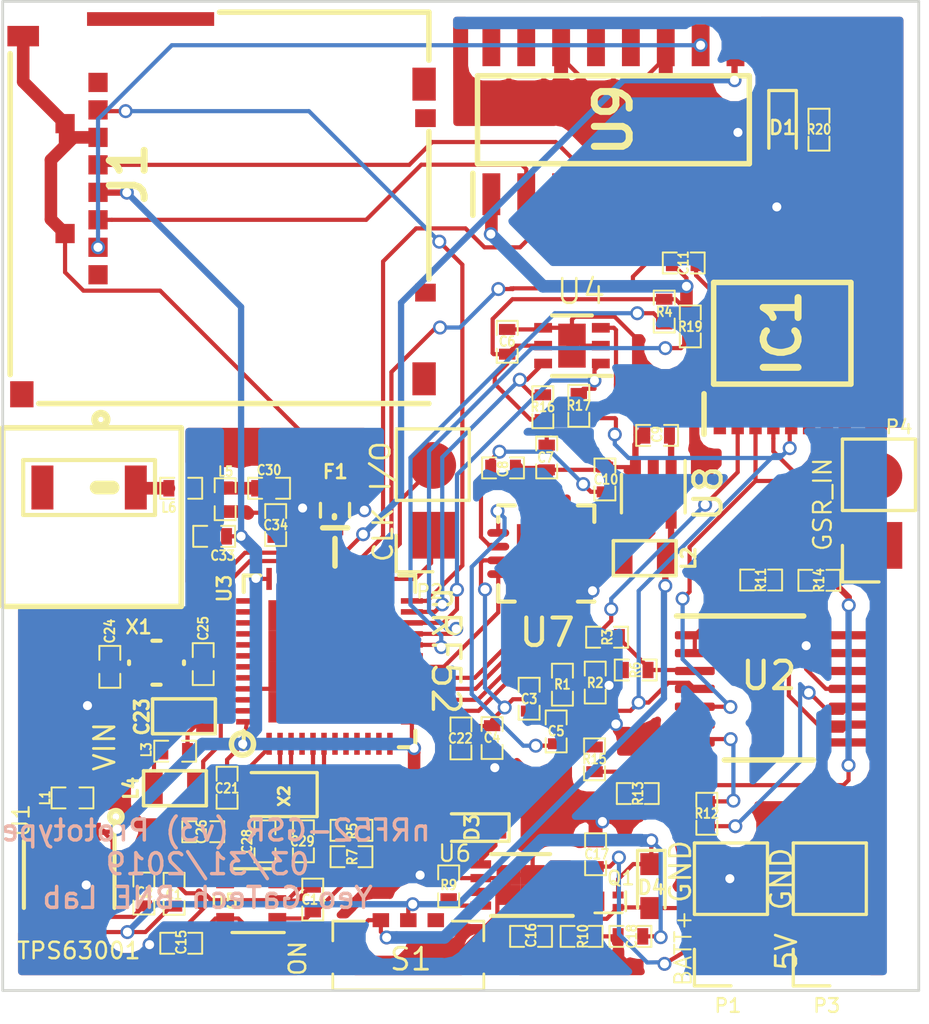
<source format=kicad_pcb>
(kicad_pcb (version 20171130) (host pcbnew "(5.0.0)")
  (layers (0 F.Cu signal) (31 B.Cu signal) (34 B.Paste user) (35 F.Paste user hide) (36 B.SilkS user hide) (37 F.SilkS user) (38 B.Mask user hide) (39 F.Mask user hide) (44 Edge.Cuts user))
  (net 0 "")
  (net 1 /DEC1)
  (net 2 /DEC2)
  (net 3 /RF)
  (net 4 /SWDCLK)
  (net 5 /SWDIO)
  (net 6 "Net-(A1-Pad1)")
  (net 7 "Net-(A1-Pad2)")
  (net 8 "Net-(L3-Pad1)")
  (net 9 DVDD)
  (net 10 VCC)
  (net 11 "Net-(C30-Pad2)")
  (net 12 "Net-(L1-Pad1)")
  (net 13 "Net-(U3-Pad10)")
  (net 14 "Net-(U3-Pad4)")
  (net 15 "Net-(U3-Pad41)")
  (net 16 "Net-(U3-Pad42)")
  (net 17 "Net-(U3-Pad40)")
  (net 18 "Net-(U3-Pad43)")
  (net 19 "Net-(U3-Pad44)")
  (net 20 "Net-(C23-Pad1)")
  (net 21 "Net-(C24-Pad2)")
  (net 22 "Net-(C25-Pad2)")
  (net 23 "Net-(C28-Pad1)")
  (net 24 "Net-(C29-Pad1)")
  (net 25 "Net-(L4-Pad1)")
  (net 26 "Net-(F1-Pad2)")
  (net 27 /DEC3)
  (net 28 "Net-(U3-Pad37)")
  (net 29 "Net-(U3-Pad38)")
  (net 30 "Net-(U3-Pad39)")
  (net 31 DGND)
  (net 32 "Net-(L1-Pad2)")
  (net 33 "Net-(R3-Pad1)")
  (net 34 "Net-(C14-Pad1)")
  (net 35 /AIN_BAT_DIV_VOLTAGE)
  (net 36 "Net-(U3-Pad9)")
  (net 37 /LOAD_SW_CTRL)
  (net 38 5V_in_charge)
  (net 39 "Net-(D3-Pad1)")
  (net 40 "Net-(R8-Pad1)")
  (net 41 "Net-(R9-Pad1)")
  (net 42 "Net-(U3-Pad8)")
  (net 43 "Net-(U6-Pad7)")
  (net 44 /BATT_IN)
  (net 45 /ELECTRODE_INPUT)
  (net 46 "Net-(R11-Pad1)")
  (net 47 "Net-(R11-Pad2)")
  (net 48 "Net-(R12-Pad1)")
  (net 49 "Net-(R12-Pad2)")
  (net 50 "Net-(R14-Pad2)")
  (net 51 "Net-(U3-Pad11)")
  (net 52 "Net-(U3-Pad12)")
  (net 53 "Net-(U3-Pad19)")
  (net 54 /DAT1_UNUSED)
  (net 55 /DAT0_MISO)
  (net 56 /uSD_CLK)
  (net 57 /CMD_MOSI)
  (net 58 /DAT3_CS)
  (net 59 /DAT2_UNUSED)
  (net 60 /RT_1)
  (net 61 /ADC_AIN0)
  (net 62 "Net-(IC1-Pad1)")
  (net 63 /AD5242_SCL)
  (net 64 /AD5242_SDA)
  (net 65 "Net-(IC1-Pad13)")
  (net 66 "Net-(IC1-Pad14)")
  (net 67 "Net-(IC1-Pad15)")
  (net 68 "Net-(IC1-Pad16)")
  (net 69 /TMP_SDA)
  (net 70 /TMP_SCL)
  (net 71 "Net-(U3-Pad7)")
  (net 72 "Net-(U7-Pad4)")
  (net 73 "Net-(U7-Pad5)")
  (net 74 "Net-(U7-Pad6)")
  (net 75 "Net-(U7-Pad7)")
  (net 76 AVDD)
  (net 77 /~DRDY)
  (net 78 /DOUT)
  (net 79 /DIN)
  (net 80 /SPI_SCLK)
  (net 81 /SPI_~CS)
  (net 82 "Net-(L2-Pad1)")
  (net 83 /LOAD_IN)
  (net 84 "Net-(S1-Pad2)")
  (net 85 /TMP_ALERT)
  (net 86 "Net-(D1-Pad1)")
  (net 87 "Net-(D1-Pad2)")
  (net 88 "Net-(J1-Pad5)")
  (net 89 "Net-(J1-Pad3)")
  (net 90 "Net-(J1-Pad2)")
  (net 91 "Net-(U9-Pad12)")
  (net 92 "Net-(U9-Pad15)")
  (module LEDs:LED_0603 (layer F.Cu) (at 294.3 114.525 270)
    (fp_text reference D1 (at 0.05 0) (layer F.SilkS) (effects (font (size 0.5 0.5) (thickness 0.1))))
    (fp_text value LED)
    (pad 1 smd rect (at -0.8 0 90) (size 0.8 0.8) (layers F.Cu F.Paste F.Mask) (net 86 "Net-(D1-Pad1)"))
    (pad 2 smd rect (at 0.8 0 90) (size 0.8 0.8) (layers F.Cu F.Paste F.Mask) (net 87 "Net-(D1-Pad2)"))
  )
  (module SM0402 (layer F.Cu) (at 295.625 114.64958 270)
    (fp_text reference R20 (at -0.01 0) (layer F.SilkS) (effects (font (size 0.35052 0.3048) (thickness 0.07112))))
    (fp_text value 1k hide)
    (pad 1 smd rect (at -0.44958 0 270) (size 0.39878 0.59944) (layers F.Cu F.Paste F.Mask) (net 58 /DAT3_CS))
    (pad 2 smd rect (at 0.44958 0 270) (size 0.39878 0.59944) (layers F.Cu F.Paste F.Mask) (net 86 "Net-(D1-Pad1)"))
  )
  (module SM0402 (layer F.Cu) (at 290.7 119.5)
    (fp_text reference C11 (at -0.01 0 90) (layer F.SilkS) (effects (font (size 0.35052 0.3048) (thickness 0.07112))))
    (fp_text value 0.1uF hide)
    (pad 2 smd rect (at 0.44958 0) (size 0.39878 0.59944) (layers F.Cu F.Paste F.Mask) (net 31 DGND))
    (pad 1 smd rect (at -0.44958 0) (size 0.39878 0.59944) (layers F.Cu F.Paste F.Mask) (net 9 DVDD))
  )
  (module musaPwrPad:SCHA4B0419 (layer F.Cu) (at 266.17 110.3725 270)
    (fp_text reference J1 (at 5.8756 -4.30479 270) (layer F.SilkS) (effects (font (size 1.27 1.27) (thickness 0.254))))
    (fp_text value Micro_SD_Card_Det hide)
    (pad 17 smd rect (at 0.25 -5.115 270) (size 0.5 4.63) (layers F.Cu F.Paste F.Mask))
    (pad 16 smd rect (at 13.345 -15.075) (size 0.85 1.2) (layers F.Cu F.Paste F.Mask))
    (pad 15 smd rect (at 10.2075 -15.125 270) (size 0.65 0.75) (layers F.Cu F.Paste F.Mask))
    (pad 14 smd rect (at 3.8575 -15.125 270) (size 0.65 0.75) (layers F.Cu F.Paste F.Mask))
    (pad 13 smd rect (at 2.62 -15.075) (size 0.85 1.2) (layers F.Cu F.Paste F.Mask))
    (pad 12 smd rect (at 13.9075 -0.425) (size 0.85 0.95) (layers F.Cu F.Paste F.Mask))
    (pad 11 smd rect (at 0.8725 -0.475 270) (size 0.745 1.15) (layers F.Cu F.Paste F.Mask) (net 31 DGND))
    (pad 10 smd rect (at 8.0575 -2) (size 0.7 0.7) (layers F.Cu F.Paste F.Mask) (net 31 DGND))
    (pad 9 smd rect (at 4.0575 -2) (size 0.7 0.7) (layers F.Cu F.Paste F.Mask) (net 31 DGND))
    (pad 8 smd rect (at 2.5575 -3.2) (size 0.7 0.7) (layers F.Cu F.Paste F.Mask) (net 54 /DAT1_UNUSED))
    (pad 7 smd rect (at 3.5575 -3.2) (size 0.7 0.7) (layers F.Cu F.Paste F.Mask) (net 55 /DAT0_MISO))
    (pad 6 smd rect (at 4.5575 -3.2) (size 0.7 0.7) (layers F.Cu F.Paste F.Mask) (net 31 DGND))
    (pad 5 smd rect (at 5.5575 -3.2) (size 0.7 0.7) (layers F.Cu F.Paste F.Mask) (net 88 "Net-(J1-Pad5)"))
    (pad 4 smd rect (at 6.5575 -3.2) (size 0.7 0.7) (layers F.Cu F.Paste F.Mask) (net 9 DVDD))
    (pad 3 smd rect (at 7.5575 -3.2) (size 0.7 0.7) (layers F.Cu F.Paste F.Mask) (net 89 "Net-(J1-Pad3)"))
    (pad 2 smd rect (at 8.5575 -3.2) (size 0.7 0.7) (layers F.Cu F.Paste F.Mask) (net 90 "Net-(J1-Pad2)"))
    (pad 1 smd rect (at 9.5575 -3.2) (size 0.7 0.7) (layers F.Cu F.Paste F.Mask) (net 59 /DAT2_UNUSED))
  )
  (module SM0402 (layer F.Cu) (at 290.94 121.81 90)
    (fp_text reference R19 (at -0.01 0 180) (layer F.SilkS) (effects (font (size 0.35052 0.3048) (thickness 0.07112))))
    (fp_text value 4.7k hide)
    (pad 1 smd rect (at -0.44958 0 90) (size 0.39878 0.59944) (layers F.Cu F.Paste F.Mask) (net 63 /AD5242_SCL))
    (pad 2 smd rect (at 0.44958 0 90) (size 0.39878 0.59944) (layers F.Cu F.Paste F.Mask) (net 9 DVDD))
  )
  (module SM0402 (layer F.Cu) (at 289.99 121.27 90)
    (fp_text reference R4 (at -0.01 0 180) (layer F.SilkS) (effects (font (size 0.35052 0.3048) (thickness 0.07112))))
    (fp_text value 4.7k hide)
    (pad 2 smd rect (at 0.44958 0 90) (size 0.39878 0.59944) (layers F.Cu F.Paste F.Mask) (net 9 DVDD))
    (pad 1 smd rect (at -0.44958 0 90) (size 0.39878 0.59944) (layers F.Cu F.Paste F.Mask) (net 64 /AD5242_SDA))
  )
  (module pwrPad:QFN-16_EP_4.3x4.3_Pitch0.5mm (layer F.Cu) (at 285.695 130.075 180)
    (fp_text reference U7 (at -0.035 -2.875 180) (layer F.SilkS))
    (fp_text value ADS1220)
    (pad 17 smd rect (at 0.535 0.535 180) (size 1.07 1.07) (layers F.Cu F.Paste F.Mask) (net 31 DGND))
    (pad 17 smd rect (at 0.535 -0.535 180) (size 1.07 1.07) (layers F.Cu F.Paste F.Mask) (net 31 DGND))
    (pad 17 smd rect (at -0.535 0.535 180) (size 1.07 1.07) (layers F.Cu F.Paste F.Mask) (net 31 DGND))
    (pad 17 smd rect (at -0.535 -0.535 180) (size 1.07 1.07) (layers F.Cu F.Paste F.Mask) (net 31 DGND))
    (pad 16 smd oval (at -0.75 -1.75 180) (size 0.28 0.8) (layers F.Cu F.Paste F.Mask) (net 81 /SPI_~CS))
    (pad 15 smd oval (at -0.25 -1.75 180) (size 0.28 0.8) (layers F.Cu F.Paste F.Mask) (net 80 /SPI_SCLK))
    (pad 14 smd oval (at 0.25 -1.75 180) (size 0.28 0.8) (layers F.Cu F.Paste F.Mask) (net 79 /DIN))
    (pad 13 smd oval (at 0.75 -1.75 180) (size 0.28 0.8) (layers F.Cu F.Paste F.Mask) (net 78 /DOUT))
    (pad 12 smd oval (at 1.75 -0.75 270) (size 0.28 0.8) (layers F.Cu F.Paste F.Mask) (net 77 /~DRDY))
    (pad 11 smd oval (at 1.75 -0.25 270) (size 0.28 0.8) (layers F.Cu F.Paste F.Mask) (net 9 DVDD))
    (pad 10 smd oval (at 1.75 0.25 270) (size 0.28 0.8) (layers F.Cu F.Paste F.Mask) (net 76 AVDD))
    (pad 9 smd oval (at 1.75 0.75 270) (size 0.28 0.8) (layers F.Cu F.Paste F.Mask) (net 61 /ADC_AIN0))
    (pad 8 smd oval (at 0.75 1.75 180) (size 0.28 0.8) (layers F.Cu F.Paste F.Mask) (net 31 DGND))
    (pad 7 smd oval (at 0.25 1.75 180) (size 0.28 0.8) (layers F.Cu F.Paste F.Mask) (net 75 "Net-(U7-Pad7)"))
    (pad 6 smd oval (at -0.25 1.75 180) (size 0.28 0.8) (layers F.Cu F.Paste F.Mask) (net 74 "Net-(U7-Pad6)"))
    (pad 5 smd oval (at -0.75 1.75 180) (size 0.28 0.8) (layers F.Cu F.Paste F.Mask) (net 73 "Net-(U7-Pad5)"))
    (pad 4 smd oval (at -1.75 0.75 270) (size 0.28 0.8) (layers F.Cu F.Paste F.Mask) (net 72 "Net-(U7-Pad4)"))
    (pad 3 smd oval (at -1.75 0.25 270) (size 0.28 0.8) (layers F.Cu F.Paste F.Mask) (net 31 DGND))
    (pad 2 smd oval (at -1.75 -0.25 270) (size 0.28 0.8) (layers F.Cu F.Paste F.Mask) (net 31 DGND))
    (pad 1 smd oval (at -1.75 -0.75 270) (size 0.28 0.8) (layers F.Cu F.Paste F.Mask) (net 31 DGND))
  )
  (module musaPwrPad:SMDPad_1x02_P2.54mm (layer F.Cu) (at 297.81 129.78 180)
    (fp_text reference P4 (at -0.73 4.31 180) (layer F.SilkS) (effects (font (size 0.5 0.5) (thickness 0.08))))
    (fp_text value CONN_2)
    (pad 2 smd oval (at 0 2.54 180) (size 1.7 1.7) (layers F.Cu F.Paste F.Mask) (net 31 DGND))
    (pad 1 smd rect (at 0 0 180) (size 1.7 1.7) (layers F.Cu F.Paste F.Mask) (net 45 /ELECTRODE_INPUT))
  )
  (module SM0402 (layer F.Cu) (at 277.19 142.67042 90)
    (fp_text reference C14 (at 0 0.04 180) (layer F.SilkS) (effects (font (size 0.35052 0.3048) (thickness 0.07112))))
    (fp_text value 10uF hide)
    (pad 1 smd rect (at -0.44958 0 90) (size 0.39878 0.59944) (layers F.Cu F.Paste F.Mask) (net 34 "Net-(C14-Pad1)"))
    (pad 2 smd rect (at 0.44958 0 90) (size 0.39878 0.59944) (layers F.Cu F.Paste F.Mask) (net 31 DGND))
  )
  (module SM0402 (layer F.Cu) (at 278.60042 140.15)
    (fp_text reference R5 (at 0.02 0.03 90) (layer F.SilkS) (effects (font (size 0.35052 0.3048) (thickness 0.07112))))
    (fp_text value 1M hide)
    (pad 1 smd rect (at -0.44958 0) (size 0.39878 0.59944) (layers F.Cu F.Paste F.Mask) (net 35 /AIN_BAT_DIV_VOLTAGE))
    (pad 2 smd rect (at 0.44958 0) (size 0.39878 0.59944) (layers F.Cu F.Paste F.Mask) (net 34 "Net-(C14-Pad1)"))
  )
  (module Housings_DFN_QFN:DFN-6-1EP_2x2mm_Pitch0.65mm (layer F.Cu) (at 286.63 122.51 180)
    (fp_text reference U4 (at -0.33 1.97 180) (layer F.SilkS) (effects (font (size 0.9 0.9) (thickness 0.09))))
    (fp_text value TMP116)
    (pad 1 smd rect (at -1.05 -0.65 180) (size 0.65 0.35) (layers F.Cu F.Paste F.Mask) (net 70 /TMP_SCL))
    (pad 2 smd rect (at -1.05 0 180) (size 0.65 0.35) (layers F.Cu F.Paste F.Mask) (net 31 DGND))
    (pad 3 smd rect (at -1.05 0.65 180) (size 0.65 0.35) (layers F.Cu F.Paste F.Mask) (net 85 /TMP_ALERT))
    (pad 4 smd rect (at 1.05 0.65 180) (size 0.65 0.35) (layers F.Cu F.Paste F.Mask) (net 31 DGND))
    (pad 5 smd rect (at 1.05 0 180) (size 0.65 0.35) (layers F.Cu F.Paste F.Mask) (net 9 DVDD))
    (pad 6 smd rect (at 1.05 -0.65 180) (size 0.65 0.35) (layers F.Cu F.Paste F.Mask) (net 69 /TMP_SDA))
    (pad 7 smd rect (at 0 0.4 180) (size 1 0.8) (layers F.Cu F.Paste F.Mask) (net 31 DGND))
    (pad 7 smd rect (at 0 -0.4 180) (size 1 0.8) (layers F.Cu F.Paste F.Mask) (net 31 DGND))
  )
  (module SM0402 (layer F.Cu) (at 284.12 126.96)
    (fp_text reference C8 (at 0 0.04 90) (layer F.SilkS) (effects (font (size 0.35052 0.3048) (thickness 0.07112))))
    (fp_text value 0.1uF hide)
    (pad 1 smd rect (at -0.44958 0) (size 0.39878 0.59944) (layers F.Cu F.Paste F.Mask) (net 76 AVDD))
    (pad 2 smd rect (at 0.44958 0) (size 0.39878 0.59944) (layers F.Cu F.Paste F.Mask) (net 31 DGND))
  )
  (module SM0402 (layer F.Cu) (at 285.71 126.57958 270)
    (fp_text reference C7 (at 0 0.04) (layer F.SilkS) (effects (font (size 0.35052 0.3048) (thickness 0.07112))))
    (fp_text value 0.1uF hide)
    (pad 1 smd rect (at -0.44958 0 270) (size 0.39878 0.59944) (layers F.Cu F.Paste F.Mask) (net 9 DVDD))
    (pad 2 smd rect (at 0.44958 0 270) (size 0.39878 0.59944) (layers F.Cu F.Paste F.Mask) (net 31 DGND))
  )
  (module SM0402 (layer F.Cu) (at 287.83 127.38042 90)
    (fp_text reference C10 (at 0 0.04 180) (layer F.SilkS) (effects (font (size 0.35052 0.3048) (thickness 0.07112))))
    (fp_text value 10uF hide)
    (pad 2 smd rect (at 0.44958 0 90) (size 0.39878 0.59944) (layers F.Cu F.Paste F.Mask) (net 31 DGND))
    (pad 1 smd rect (at -0.44958 0 90) (size 0.39878 0.59944) (layers F.Cu F.Paste F.Mask) (net 76 AVDD))
  )
  (module SM0402 (layer F.Cu) (at 289.730848 125.776074 180)
    (fp_text reference C9 (at 0 0.04 270) (layer F.SilkS) (effects (font (size 0.35052 0.3048) (thickness 0.07112))))
    (fp_text value 10uF hide)
    (pad 2 smd rect (at 0.44958 0 180) (size 0.39878 0.59944) (layers F.Cu F.Paste F.Mask) (net 31 DGND))
    (pad 1 smd rect (at -0.44958 0 180) (size 0.39878 0.59944) (layers F.Cu F.Paste F.Mask) (net 10 VCC))
  )
  (module SM0603 (layer F.Cu) (at 289.279268 130.246074)
    (fp_text reference L2 (at 1.6 0 90) (layer F.SilkS) (effects (font (size 0.508 0.4572) (thickness 0.1143))))
    (fp_text value 4.7uH hide)
    (pad 2 smd rect (at 0.762 0) (size 0.635 1.143) (layers F.Cu F.Paste F.Mask) (net 10 VCC))
    (pad 1 smd rect (at -0.762 0) (size 0.635 1.143) (layers F.Cu F.Paste F.Mask) (net 82 "Net-(L2-Pad1)"))
  )
  (module musaPwrPad:SMDPad_1x02_P2.54mm (layer F.Cu) (at 296.02 144.48 180)
    (fp_text reference P3 (at 0.11 -2.05 180) (layer F.SilkS) (effects (font (size 0.5 0.5) (thickness 0.08))))
    (fp_text value CONN_2)
    (pad 1 smd rect (at 0 0 180) (size 1.7 1.7) (layers F.Cu F.Paste F.Mask) (net 38 5V_in_charge))
    (pad 2 smd oval (at 0 2.54 180) (size 1.7 1.7) (layers F.Cu F.Paste F.Mask) (net 31 DGND))
  )
  (module musaPwrPad:SMDPad_1x02_P2.54mm (layer F.Cu) (at 281.56 129.41 180)
    (fp_text reference P2 (at 0.11 -2.05 180) (layer F.SilkS) (effects (font (size 0.5 0.5) (thickness 0.08))))
    (fp_text value CONN_2)
    (pad 2 smd oval (at 0 2.54 180) (size 1.7 1.7) (layers F.Cu F.Paste F.Mask) (net 5 /SWDIO))
    (pad 1 smd rect (at 0 0 180) (size 1.7 1.7) (layers F.Cu F.Paste F.Mask) (net 4 /SWDCLK))
  )
  (module musaPwrPad:SMDPad_1x02_P2.54mm (layer F.Cu) (at 292.42 144.48 180)
    (fp_text reference P1 (at 0.11 -2.05 180) (layer F.SilkS) (effects (font (size 0.5 0.5) (thickness 0.08))))
    (fp_text value CONN_2)
    (pad 1 smd rect (at 0 0 180) (size 1.7 1.7) (layers F.Cu F.Paste F.Mask) (net 44 /BATT_IN))
    (pad 2 smd oval (at 0 2.54 180) (size 1.7 1.7) (layers F.Cu F.Paste F.Mask) (net 31 DGND))
  )
  (module SM0402 (layer F.Cu) (at 286.88 124.69958 270)
    (fp_text reference R17 (at -0.01 0) (layer F.SilkS) (effects (font (size 0.35052 0.3048) (thickness 0.07112))))
    (fp_text value 4.7k hide)
    (pad 1 smd rect (at -0.44958 0 270) (size 0.39878 0.59944) (layers F.Cu F.Paste F.Mask) (net 70 /TMP_SCL))
    (pad 2 smd rect (at 0.44958 0 270) (size 0.39878 0.59944) (layers F.Cu F.Paste F.Mask) (net 9 DVDD))
  )
  (module SM0402 (layer F.Cu) (at 285.57 124.74958 270)
    (fp_text reference R16 (at -0.01 0) (layer F.SilkS) (effects (font (size 0.35052 0.3048) (thickness 0.07112))))
    (fp_text value 4.7k hide)
    (pad 1 smd rect (at -0.44958 0 270) (size 0.39878 0.59944) (layers F.Cu F.Paste F.Mask) (net 69 /TMP_SDA))
    (pad 2 smd rect (at 0.44958 0 270) (size 0.39878 0.59944) (layers F.Cu F.Paste F.Mask) (net 9 DVDD))
  )
  (module SM0402 (layer F.Cu) (at 284.27042 122.37 270)
    (fp_text reference C6 (at -0.01 0) (layer F.SilkS) (effects (font (size 0.35052 0.3048) (thickness 0.07112))))
    (fp_text value 0.1uF hide)
    (pad 1 smd rect (at -0.44958 0 270) (size 0.39878 0.59944) (layers F.Cu F.Paste F.Mask) (net 31 DGND))
    (pad 2 smd rect (at 0.44958 0 270) (size 0.39878 0.59944) (layers F.Cu F.Paste F.Mask) (net 9 DVDD))
  )
  (module SM0402 (layer F.Cu) (at 287.4518 137.5664 270)
    (fp_text reference R15 (at -0.01 0) (layer F.SilkS) (effects (font (size 0.35052 0.3048) (thickness 0.07112))))
    (fp_text value 1M hide)
    (pad 1 smd rect (at -0.44958 0 270) (size 0.39878 0.59944) (layers F.Cu F.Paste F.Mask) (net 61 /ADC_AIN0))
    (pad 2 smd rect (at 0.44958 0 270) (size 0.39878 0.59944) (layers F.Cu F.Paste F.Mask) (net 50 "Net-(R14-Pad2)"))
  )
  (module SM0402 (layer F.Cu) (at 295.64 131.05)
    (fp_text reference R14 (at -0.01 0 -270) (layer F.SilkS) (effects (font (size 0.35052 0.3048) (thickness 0.07112))))
    (fp_text value 200k hide)
    (pad 1 smd rect (at -0.44958 0) (size 0.39878 0.59944) (layers F.Cu F.Paste F.Mask) (net 47 "Net-(R11-Pad2)"))
    (pad 2 smd rect (at 0.44958 0) (size 0.39878 0.59944) (layers F.Cu F.Paste F.Mask) (net 50 "Net-(R14-Pad2)"))
  )
  (module SM0402 (layer F.Cu) (at 289.0266 138.811 180)
    (fp_text reference R13 (at -0.01 0 270) (layer F.SilkS) (effects (font (size 0.35052 0.3048) (thickness 0.07112))))
    (fp_text value 200k hide)
    (pad 1 smd rect (at -0.44958 0 180) (size 0.39878 0.59944) (layers F.Cu F.Paste F.Mask) (net 49 "Net-(R12-Pad2)"))
    (pad 2 smd rect (at 0.44958 0 180) (size 0.39878 0.59944) (layers F.Cu F.Paste F.Mask) (net 31 DGND))
  )
  (module SM0402 (layer F.Cu) (at 291.5412 139.5476 270)
    (fp_text reference R12 (at -0.01 0) (layer F.SilkS) (effects (font (size 0.35052 0.3048) (thickness 0.07112))))
    (fp_text value 100k hide)
    (pad 1 smd rect (at -0.44958 0 270) (size 0.39878 0.59944) (layers F.Cu F.Paste F.Mask) (net 48 "Net-(R12-Pad1)"))
    (pad 2 smd rect (at 0.44958 0 270) (size 0.39878 0.59944) (layers F.Cu F.Paste F.Mask) (net 49 "Net-(R12-Pad2)"))
  )
  (module SM0402 (layer F.Cu) (at 293.52042 131.04)
    (fp_text reference R11 (at -0.01 0 90) (layer F.SilkS) (effects (font (size 0.35052 0.3048) (thickness 0.07112))))
    (fp_text value 100k hide)
    (pad 1 smd rect (at -0.44958 0) (size 0.39878 0.59944) (layers F.Cu F.Paste F.Mask) (net 46 "Net-(R11-Pad1)"))
    (pad 2 smd rect (at 0.44958 0) (size 0.39878 0.59944) (layers F.Cu F.Paste F.Mask) (net 47 "Net-(R11-Pad2)"))
  )
  (module SM0402 (layer F.Cu) (at 288.9504 134.3152)
    (fp_text reference R6 (at -0.01 0 90) (layer F.SilkS) (effects (font (size 0.35052 0.3048) (thickness 0.07112))))
    (fp_text value 200k hide)
    (pad 1 smd rect (at -0.44958 0) (size 0.39878 0.59944) (layers F.Cu F.Paste F.Mask) (net 31 DGND))
    (pad 2 smd rect (at 0.44958 0) (size 0.39878 0.59944) (layers F.Cu F.Paste F.Mask) (net 33 "Net-(R3-Pad1)"))
  )
  (module SM0402 (layer F.Cu) (at 287.909 133.1214 180)
    (fp_text reference R3 (at -0.01 0 270) (layer F.SilkS) (effects (font (size 0.35052 0.3048) (thickness 0.07112))))
    (fp_text value 200k hide)
    (pad 1 smd rect (at -0.44958 0 180) (size 0.39878 0.59944) (layers F.Cu F.Paste F.Mask) (net 33 "Net-(R3-Pad1)"))
    (pad 2 smd rect (at 0.44958 0 180) (size 0.39878 0.59944) (layers F.Cu F.Paste F.Mask) (net 60 /RT_1))
  )
  (module SM0402 (layer F.Cu) (at 287.4772 134.7724 90)
    (fp_text reference R2 (at -0.01 0 180) (layer F.SilkS) (effects (font (size 0.35052 0.3048) (thickness 0.07112))))
    (fp_text value 4.7k hide)
    (pad 1 smd rect (at -0.44958 0 90) (size 0.39878 0.59944) (layers F.Cu F.Paste F.Mask) (net 31 DGND))
    (pad 2 smd rect (at 0.44958 0 90) (size 0.39878 0.59944) (layers F.Cu F.Paste F.Mask) (net 60 /RT_1))
  )
  (module SM0402 (layer F.Cu) (at 286.2834 134.8486 270)
    (fp_text reference R1 (at -0.01 0) (layer F.SilkS) (effects (font (size 0.35052 0.3048) (thickness 0.07112))))
    (fp_text value 4.7k hide)
    (pad 1 smd rect (at -0.44958 0 270) (size 0.39878 0.59944) (layers F.Cu F.Paste F.Mask) (net 60 /RT_1))
    (pad 2 smd rect (at 0.44958 0 270) (size 0.39878 0.59944) (layers F.Cu F.Paste F.Mask) (net 9 DVDD))
  )
  (module SM0402 (layer F.Cu) (at 286.0548 136.5504 270)
    (fp_text reference C5 (at -0.01 0) (layer F.SilkS) (effects (font (size 0.35052 0.3048) (thickness 0.07112))))
    (fp_text value 100nF hide)
    (pad 1 smd rect (at -0.44958 0 270) (size 0.39878 0.59944) (layers F.Cu F.Paste F.Mask) (net 31 DGND))
    (pad 2 smd rect (at 0.44958 0 270) (size 0.39878 0.59944) (layers F.Cu F.Paste F.Mask) (net 61 /ADC_AIN0))
  )
  (module SM0402 (layer F.Cu) (at 283.72 136.79042 270)
    (fp_text reference C4 (at -0.01 0) (layer F.SilkS) (effects (font (size 0.35052 0.3048) (thickness 0.07112))))
    (fp_text value 100nF hide)
    (pad 1 smd rect (at -0.44958 0 270) (size 0.39878 0.59944) (layers F.Cu F.Paste F.Mask) (net 9 DVDD))
    (pad 2 smd rect (at 0.44958 0 270) (size 0.39878 0.59944) (layers F.Cu F.Paste F.Mask) (net 31 DGND))
  )
  (module SM0402 (layer F.Cu) (at 285.07 135.36 90)
    (fp_text reference C3 (at -0.01 0 -180) (layer F.SilkS) (effects (font (size 0.35052 0.3048) (thickness 0.07112))))
    (fp_text value 100nF hide)
    (pad 1 smd rect (at -0.44958 0 90) (size 0.39878 0.59944) (layers F.Cu F.Paste F.Mask) (net 31 DGND))
    (pad 2 smd rect (at 0.44958 0 90) (size 0.39878 0.59944) (layers F.Cu F.Paste F.Mask) (net 60 /RT_1))
  )
  (module TO_SOT_Packages_SMD:SOT-353_SC-70-5 (layer F.Cu) (at 274.95 142.71 180)
    (fp_text reference U5 (at 0.98 -0.02) (layer F.SilkS) (effects (font (size 0.5 0.5) (thickness 0.09))))
    (fp_text value TPS2294x)
    (pad 1 smd rect (at -0.95 -0.65 180) (size 0.65 0.4) (layers F.Cu F.Paste F.Mask) (net 34 "Net-(C14-Pad1)"))
    (pad 3 smd rect (at -0.95 0.65 180) (size 0.65 0.4) (layers F.Cu F.Paste F.Mask) (net 40 "Net-(R8-Pad1)"))
    (pad 2 smd rect (at -0.95 0 180) (size 0.65 0.4) (layers F.Cu F.Paste F.Mask) (net 31 DGND))
    (pad 4 smd rect (at 0.95 0.65 180) (size 0.65 0.4) (layers F.Cu F.Paste F.Mask) (net 37 /LOAD_SW_CTRL))
    (pad 5 smd rect (at 0.95 -0.65 180) (size 0.65 0.4) (layers F.Cu F.Paste F.Mask) (net 83 /LOAD_IN))
  )
  (module LEDs:LED_0603 (layer F.Cu) (at 289.52 142.18 270)
    (fp_text reference D4 (at 0.05 0) (layer F.SilkS) (effects (font (size 0.5 0.5) (thickness 0.1))))
    (fp_text value D_Schottky)
    (pad 2 smd rect (at 0.8 0 90) (size 0.8 0.8) (layers F.Cu F.Paste F.Mask) (net 38 5V_in_charge))
    (pad 1 smd rect (at -0.8 0 90) (size 0.8 0.8) (layers F.Cu F.Paste F.Mask) (net 83 /LOAD_IN))
  )
  (module SM0402 (layer F.Cu) (at 288.76 144.01)
    (fp_text reference C18 (at 0.05 0 90) (layer F.SilkS) (effects (font (size 0.35052 0.3048) (thickness 0.07112))))
    (fp_text value 1.0uF hide)
    (pad 1 smd rect (at -0.44958 0) (size 0.39878 0.59944) (layers F.Cu F.Paste F.Mask) (net 31 DGND))
    (pad 2 smd rect (at 0.44958 0) (size 0.39878 0.59944) (layers F.Cu F.Paste F.Mask) (net 83 /LOAD_IN))
  )
  (module SM0402 (layer F.Cu) (at 286.98 144.01)
    (fp_text reference R10 (at 0.05 0 90) (layer F.SilkS) (effects (font (size 0.35052 0.3048) (thickness 0.07112))))
    (fp_text value 100k hide)
    (pad 1 smd rect (at -0.44958 0) (size 0.39878 0.59944) (layers F.Cu F.Paste F.Mask) (net 38 5V_in_charge))
    (pad 2 smd rect (at 0.44958 0) (size 0.39878 0.59944) (layers F.Cu F.Paste F.Mask) (net 31 DGND))
  )
  (module SM0402 (layer F.Cu) (at 285.14042 144.01 180)
    (fp_text reference C16 (at 0 0.04 270) (layer F.SilkS) (effects (font (size 0.35052 0.3048) (thickness 0.07112))))
    (fp_text value 4.7uF hide)
    (pad 1 smd rect (at -0.44958 0 180) (size 0.39878 0.59944) (layers F.Cu F.Paste F.Mask) (net 38 5V_in_charge))
    (pad 2 smd rect (at 0.44958 0 180) (size 0.39878 0.59944) (layers F.Cu F.Paste F.Mask) (net 31 DGND))
  )
  (module SM0402 (layer F.Cu) (at 282.14 142.19 90)
    (fp_text reference R9 (at 0.05 0 180) (layer F.SilkS) (effects (font (size 0.35052 0.3048) (thickness 0.07112))))
    (fp_text value 2k hide)
    (pad 1 smd rect (at -0.44958 0 90) (size 0.39878 0.59944) (layers F.Cu F.Paste F.Mask) (net 41 "Net-(R9-Pad1)"))
    (pad 2 smd rect (at 0.44958 0 90) (size 0.39878 0.59944) (layers F.Cu F.Paste F.Mask) (net 31 DGND))
  )
  (module SM0402 (layer F.Cu) (at 287.49 141.02 90)
    (fp_text reference C17 (at 0 0.04 180) (layer F.SilkS) (effects (font (size 0.35052 0.3048) (thickness 0.07112))))
    (fp_text value 4.7uF hide)
    (pad 1 smd rect (at -0.44958 0 90) (size 0.39878 0.59944) (layers F.Cu F.Paste F.Mask) (net 44 /BATT_IN))
    (pad 2 smd rect (at 0.44958 0 90) (size 0.39878 0.59944) (layers F.Cu F.Paste F.Mask) (net 31 DGND))
  )
  (module LEDs:LED_0603 (layer F.Cu) (at 283.04 140.05 180)
    (fp_text reference D3 (at 0.05 0 270) (layer F.SilkS) (effects (font (size 0.5 0.5) (thickness 0.1))))
    (fp_text value LED)
    (pad 2 smd rect (at 0.8 0) (size 0.8 0.8) (layers F.Cu F.Paste F.Mask) (net 9 DVDD))
    (pad 1 smd rect (at -0.8 0) (size 0.8 0.8) (layers F.Cu F.Paste F.Mask) (net 39 "Net-(D3-Pad1)"))
  )
  (module SM0402 (layer F.Cu) (at 282.5874 136.8048 270)
    (fp_text reference C22 (at 0 0.02) (layer F.SilkS) (effects (font (size 0.35052 0.3048) (thickness 0.07112))))
    (fp_text value 100nF hide)
    (pad 1 smd rect (at -0.44958 0 270) (size 0.39878 0.59944) (layers F.Cu F.Paste F.Mask) (net 9 DVDD))
    (pad 2 smd rect (at 0.44958 0 270) (size 0.39878 0.59944) (layers F.Cu F.Paste F.Mask) (net 31 DGND))
  )
  (module SM0402 (layer F.Cu) (at 278.60042 141.11 180)
    (fp_text reference R7 (at -0.03 -0.01 270) (layer F.SilkS) (effects (font (size 0.35052 0.3048) (thickness 0.07112))))
    (fp_text value 1M hide)
    (pad 1 smd rect (at -0.44958 0 180) (size 0.39878 0.59944) (layers F.Cu F.Paste F.Mask) (net 31 DGND))
    (pad 2 smd rect (at 0.44958 0 180) (size 0.39878 0.59944) (layers F.Cu F.Paste F.Mask) (net 35 /AIN_BAT_DIV_VOLTAGE))
  )
  (module SM0402 (layer F.Cu) (at 272.4 144.26 180)
    (fp_text reference C15 (at 0 0.04 270) (layer F.SilkS) (effects (font (size 0.35052 0.3048) (thickness 0.07112))))
    (fp_text value 10uF hide)
    (pad 1 smd rect (at -0.44958 0 180) (size 0.39878 0.59944) (layers F.Cu F.Paste F.Mask) (net 83 /LOAD_IN))
    (pad 2 smd rect (at 0.44958 0 180) (size 0.39878 0.59944) (layers F.Cu F.Paste F.Mask) (net 31 DGND))
  )
  (module Housings_DFN_QFN:DFN-10-1EP_3x3mm_Pitch0.5mm (layer F.Cu) (at 268.32 141.75 270)
    (fp_text reference U1 (at -1.96 1.75 270) (layer F.SilkS) (effects (font (size 0.6 0.6) (thickness 0.08))))
    (fp_text value TPS63001)
    (pad 1 smd rect (at -1.55 -1 270) (size 0.65 0.3) (layers F.Cu F.Paste F.Mask) (net 9 DVDD))
    (pad 2 smd rect (at -1.55 -0.5 270) (size 0.65 0.3) (layers F.Cu F.Paste F.Mask) (net 32 "Net-(L1-Pad2)"))
    (pad 3 smd rect (at -1.55 0 270) (size 0.65 0.3) (layers F.Cu F.Paste F.Mask) (net 31 DGND))
    (pad 4 smd rect (at -1.55 0.5 270) (size 0.65 0.3) (layers F.Cu F.Paste F.Mask) (net 12 "Net-(L1-Pad1)"))
    (pad 5 smd rect (at -1.55 1 270) (size 0.65 0.3) (layers F.Cu F.Paste F.Mask) (net 10 VCC))
    (pad 6 smd rect (at 1.55 1 270) (size 0.65 0.3) (layers F.Cu F.Paste F.Mask) (net 10 VCC))
    (pad 7 smd rect (at 1.55 0.5 270) (size 0.65 0.3) (layers F.Cu F.Paste F.Mask) (net 10 VCC))
    (pad 8 smd rect (at 1.55 0 270) (size 0.65 0.3) (layers F.Cu F.Paste F.Mask) (net 10 VCC))
    (pad 9 smd rect (at 1.55 -0.5 270) (size 0.65 0.3) (layers F.Cu F.Paste F.Mask) (net 31 DGND))
    (pad 10 smd rect (at 1.55 -1 270) (size 0.65 0.3) (layers F.Cu F.Paste F.Mask) (net 9 DVDD))
    (pad 11 smd rect (at 0.3875 0.62 270) (size 0.775 1.24) (layers F.Cu F.Paste F.Mask) (net 31 DGND))
    (pad 11 smd rect (at 0.3875 -0.62 270) (size 0.775 1.24) (layers F.Cu F.Paste F.Mask) (net 31 DGND))
    (pad 11 smd rect (at -0.3875 0.62 270) (size 0.775 1.24) (layers F.Cu F.Paste F.Mask) (net 31 DGND))
    (pad 11 smd rect (at -0.3875 -0.62 270) (size 0.775 1.24) (layers F.Cu F.Paste F.Mask) (net 31 DGND))
  )
  (module SM0402 (layer F.Cu) (at 268.44 138.97)
    (fp_text reference L1 (at -1 0 90) (layer F.SilkS) (effects (font (size 0.35052 0.3048) (thickness 0.07112))))
    (fp_text value 2.20µH hide)
    (pad 1 smd rect (at -0.44958 0) (size 0.39878 0.59944) (layers F.Cu F.Paste F.Mask) (net 12 "Net-(L1-Pad1)"))
    (pad 2 smd rect (at 0.44958 0) (size 0.39878 0.59944) (layers F.Cu F.Paste F.Mask) (net 32 "Net-(L1-Pad2)"))
  )
  (module SM0402 (layer F.Cu) (at 274.07 138.6 90)
    (fp_text reference C21 (at -0.02 0 180) (layer F.SilkS) (effects (font (size 0.35052 0.3048) (thickness 0.07112))))
    (fp_text value 4.7µF hide)
    (pad 1 smd rect (at -0.44958 0 90) (size 0.39878 0.59944) (layers F.Cu F.Paste F.Mask) (net 31 DGND))
    (pad 2 smd rect (at 0.44958 0 90) (size 0.39878 0.59944) (layers F.Cu F.Paste F.Mask) (net 9 DVDD))
  )
  (module Resistors_SMD:R_0402 (layer F.Cu) (at 278 128.5 90)
    (fp_text reference F1 (at 1.4 0.01 180) (layer F.SilkS) (effects (font (size 0.5 0.5) (thickness 0.1))))
    (fp_text value 2450FM07A0029)
    (pad 1 smd rect (at 0 0.3265 90) (size 0.3 0.7) (layers F.Cu F.Paste F.Mask) (net 31 DGND))
    (pad 2 smd rect (at -0.6125 0 90) (size 0.6 0.6) (layers F.Cu F.Paste F.Mask) (net 26 "Net-(F1-Pad2)"))
    (pad 4 smd rect (at 0.6125 0 90) (size 0.6 0.6) (layers F.Cu F.Paste F.Mask) (net 3 /RF))
    (pad 3 smd rect (at 0 -0.3625 90) (size 0.3 0.7) (layers F.Cu F.Paste F.Mask) (net 31 DGND))
  )
  (module SM0402 (layer F.Cu) (at 275.84 129.04 90)
    (fp_text reference C34 (at 0 0 180) (layer F.SilkS) (effects (font (size 0.35052 0.3048) (thickness 0.07112))))
    (fp_text value 100pF hide)
    (pad 1 smd rect (at -0.44958 0 90) (size 0.39878 0.59944) (layers F.Cu F.Paste F.Mask) (net 27 /DEC3))
    (pad 2 smd rect (at 0.44958 0 90) (size 0.39878 0.59944) (layers F.Cu F.Paste F.Mask) (net 31 DGND))
  )
  (module SM0402 (layer F.Cu) (at 273.6 129.45)
    (fp_text reference C33 (at 0.31 0.7) (layer F.SilkS) (effects (font (size 0.35052 0.3048) (thickness 0.07112))))
    (fp_text value 100nF hide)
    (pad 1 smd rect (at -0.44958 0) (size 0.39878 0.59944) (layers F.Cu F.Paste F.Mask) (net 31 DGND))
    (pad 2 smd rect (at 0.44958 0) (size 0.39878 0.59944) (layers F.Cu F.Paste F.Mask) (net 9 DVDD))
  )
  (module SM0402 (layer F.Cu) (at 271.04 142.45 90)
    (fp_text reference C2 (at 0.04 0.03) (layer F.SilkS) (effects (font (size 0.35052 0.3048) (thickness 0.07112))))
    (fp_text value 22uF hide)
    (pad 1 smd rect (at -0.44958 0 90) (size 0.39878 0.59944) (layers F.Cu F.Paste F.Mask) (net 9 DVDD))
    (pad 2 smd rect (at 0.44958 0 90) (size 0.39878 0.59944) (layers F.Cu F.Paste F.Mask) (net 31 DGND))
  )
  (module SM0402 (layer F.Cu) (at 272.14 142.46 90)
    (fp_text reference C1 (at -0.03 -0.01 180) (layer F.SilkS) (effects (font (size 0.35052 0.3048) (thickness 0.07112))))
    (fp_text value 10uF hide)
    (pad 1 smd rect (at -0.44958 0 90) (size 0.39878 0.59944) (layers F.Cu F.Paste F.Mask) (net 10 VCC))
    (pad 2 smd rect (at 0.44958 0 90) (size 0.39878 0.59944) (layers F.Cu F.Paste F.Mask) (net 31 DGND))
  )
  (module SM0603 (layer F.Cu) (at 272.17 138.62 180)
    (fp_text reference L4 (at 1.6 0 270) (layer F.SilkS) (effects (font (size 0.508 0.4572) (thickness 0.1143))))
    (fp_text value 10uH hide)
    (pad 1 smd rect (at -0.762 0 180) (size 0.635 1.143) (layers F.Cu F.Paste F.Mask) (net 25 "Net-(L4-Pad1)"))
    (pad 2 smd rect (at 0.762 0 180) (size 0.635 1.143) (layers F.Cu F.Paste F.Mask) (net 8 "Net-(L3-Pad1)"))
  )
  (module CRYSTAL-SMD-2.0MMx1.6MM (layer F.Cu) (at 271.5 134.05)
    (fp_text reference X1 (at -0.65 -1.3) (layer F.SilkS) (effects (font (size 0.5 0.5) (thickness 0.092))))
    (fp_text value Crystal_GND24 hide)
    (pad 4 smd rect (at -0.7 -0.55) (size 0.9 0.8) (layers F.Cu F.Paste F.Mask) (net 31 DGND))
    (pad 3 smd rect (at 0.7 -0.55) (size 0.9 0.8) (layers F.Cu F.Paste F.Mask) (net 22 "Net-(C25-Pad2)"))
    (pad 1 smd rect (at -0.7 0.55) (size 0.9 0.8) (layers F.Cu F.Paste F.Mask) (net 21 "Net-(C24-Pad2)"))
    (pad 2 smd rect (at 0.7 0.55) (size 0.9 0.8) (layers F.Cu F.Paste F.Mask) (net 31 DGND))
  )
  (module SM0402 (layer F.Cu) (at 275.45 140.55 270)
    (fp_text reference C28 (at 0 0.65 90) (layer F.SilkS) (effects (font (size 0.35052 0.3048) (thickness 0.07112))))
    (fp_text value 12pF hide)
    (pad 1 smd rect (at -0.44958 0 270) (size 0.39878 0.59944) (layers F.Cu F.Paste F.Mask) (net 23 "Net-(C28-Pad1)"))
    (pad 2 smd rect (at 0.44958 0 270) (size 0.39878 0.59944) (layers F.Cu F.Paste F.Mask) (net 31 DGND))
  )
  (module SM0402 (layer F.Cu) (at 273.2 140.2 180)
    (fp_text reference C26 (at 0.06 0 270) (layer F.SilkS) (effects (font (size 0.35052 0.3048) (thickness 0.07112))))
    (fp_text value 100nF hide)
    (pad 1 smd rect (at -0.44958 0 180) (size 0.39878 0.59944) (layers F.Cu F.Paste F.Mask) (net 1 /DEC1))
    (pad 2 smd rect (at 0.44958 0 180) (size 0.39878 0.59944) (layers F.Cu F.Paste F.Mask) (net 31 DGND))
  )
  (module SM0402 (layer F.Cu) (at 269.8 134.2 270)
    (fp_text reference C24 (at -1.3 0 270) (layer F.SilkS) (effects (font (size 0.35052 0.3048) (thickness 0.07112))))
    (fp_text value 12pF hide)
    (pad 1 smd rect (at -0.44958 0 270) (size 0.39878 0.59944) (layers F.Cu F.Paste F.Mask) (net 31 DGND))
    (pad 2 smd rect (at 0.44958 0 270) (size 0.39878 0.59944) (layers F.Cu F.Paste F.Mask) (net 21 "Net-(C24-Pad2)"))
  )
  (module SM0402 (layer F.Cu) (at 273.2 134.1 90)
    (fp_text reference C25 (at 1.3 0 90) (layer F.SilkS) (effects (font (size 0.35052 0.3048) (thickness 0.07112))))
    (fp_text value 12pF hide)
    (pad 1 smd rect (at -0.44958 0 90) (size 0.39878 0.59944) (layers F.Cu F.Paste F.Mask) (net 31 DGND))
    (pad 2 smd rect (at 0.44958 0 90) (size 0.39878 0.59944) (layers F.Cu F.Paste F.Mask) (net 22 "Net-(C25-Pad2)"))
  )
  (module SM0402 (layer F.Cu) (at 276.85 140.55 270)
    (fp_text reference C29 (at 0 0.04 180) (layer F.SilkS) (effects (font (size 0.35052 0.3048) (thickness 0.07112))))
    (fp_text value 12pF hide)
    (pad 1 smd rect (at -0.44958 0 270) (size 0.39878 0.59944) (layers F.Cu F.Paste F.Mask) (net 24 "Net-(C29-Pad1)"))
    (pad 2 smd rect (at 0.44958 0 270) (size 0.39878 0.59944) (layers F.Cu F.Paste F.Mask) (net 31 DGND))
  )
  (module JTI-2450AT18A100-CHIP-ANT (layer F.Cu) (at 269.045 127.673 180)
    (fp_text reference A1 hide)
    (fp_text value CHIP-ANT hide)
    (pad 1 smd rect (at -1.7 0 180) (size 0.8 1.6) (layers F.Cu F.Paste F.Mask) (net 6 "Net-(A1-Pad1)"))
    (pad 2 smd rect (at 1.7 0 180) (size 0.8 1.6) (layers F.Cu F.Paste F.Mask) (net 7 "Net-(A1-Pad2)"))
  )
  (module SM0402 (layer F.Cu) (at 272.4 127.7 180)
    (fp_text reference L6 (at 0.45 -0.7 180) (layer F.SilkS) (effects (font (size 0.35052 0.3048) (thickness 0.07112))))
    (fp_text value 3.9nH hide)
    (pad 1 smd rect (at -0.44958 0 180) (size 0.39878 0.59944) (layers F.Cu F.Paste F.Mask) (net 11 "Net-(C30-Pad2)"))
    (pad 2 smd rect (at 0.44958 0 180) (size 0.39878 0.59944) (layers F.Cu F.Paste F.Mask) (net 6 "Net-(A1-Pad1)"))
  )
  (module SM0402 (layer F.Cu) (at 274 128.1 270)
    (fp_text reference L5 (at -1.01 -0.02) (layer F.SilkS) (effects (font (size 0.35052 0.3048) (thickness 0.07112))))
    (fp_text value 2.7nH hide)
    (pad 1 smd rect (at -0.44958 0 270) (size 0.39878 0.59944) (layers F.Cu F.Paste F.Mask) (net 11 "Net-(C30-Pad2)"))
    (pad 2 smd rect (at 0.44958 0 270) (size 0.39878 0.59944) (layers F.Cu F.Paste F.Mask) (net 31 DGND))
  )
  (module SM0402 (layer F.Cu) (at 275.6 127.7 180)
    (fp_text reference C30 (at 0 0.66 180) (layer F.SilkS) (effects (font (size 0.35052 0.3048) (thickness 0.07112))))
    (fp_text value 1.0pF hide)
    (pad 1 smd rect (at -0.44958 0 180) (size 0.39878 0.59944) (layers F.Cu F.Paste F.Mask) (net 3 /RF))
    (pad 2 smd rect (at 0.44958 0 180) (size 0.39878 0.59944) (layers F.Cu F.Paste F.Mask) (net 11 "Net-(C30-Pad2)"))
  )
  (module SM0402 (layer F.Cu) (at 272.18 137.27)
    (fp_text reference L3 (at -1.05 -0.05 90) (layer F.SilkS) (effects (font (size 0.35052 0.3048) (thickness 0.07112))))
    (fp_text value 15nH hide)
    (pad 1 smd rect (at -0.44958 0) (size 0.39878 0.59944) (layers F.Cu F.Paste F.Mask) (net 8 "Net-(L3-Pad1)"))
    (pad 2 smd rect (at 0.44958 0) (size 0.39878 0.59944) (layers F.Cu F.Paste F.Mask) (net 20 "Net-(C23-Pad1)"))
  )
  (module SM0603 (layer F.Cu) (at 272.5 136 180)
    (fp_text reference C23 (at 1.53 -0.02 270) (layer F.SilkS) (effects (font (size 0.508 0.4572) (thickness 0.1143))))
    (fp_text value 1.0µF hide)
    (pad 1 smd rect (at -0.762 0 180) (size 0.635 1.143) (layers F.Cu F.Paste F.Mask) (net 20 "Net-(C23-Pad1)"))
    (pad 2 smd rect (at 0.762 0 180) (size 0.635 1.143) (layers F.Cu F.Paste F.Mask) (net 31 DGND))
  )
  (module Housings_DFN_QFN:UQFN-48-1EP_6x6mm_Pitch0.4mm (layer F.Cu) (at 277.8 134 90)
    (fp_text reference U3 (at 2.65 -3.83 270) (layer F.SilkS) (effects (font (size 0.5 0.5) (thickness 0.095))))
    (fp_text value NRF528XX-QFAA)
    (pad 1 smd rect (at -3 -2.2 90) (size 0.8 0.2) (layers F.Cu F.Paste F.Mask) (net 1 /DEC1))
    (pad 2 smd rect (at -3 -1.8 90) (size 0.8 0.2) (layers F.Cu F.Paste F.Mask) (net 23 "Net-(C28-Pad1)"))
    (pad 3 smd rect (at -3 -1.4 90) (size 0.8 0.2) (layers F.Cu F.Paste F.Mask) (net 24 "Net-(C29-Pad1)"))
    (pad 4 smd rect (at -3 -1 90) (size 0.8 0.2) (layers F.Cu F.Paste F.Mask) (net 14 "Net-(U3-Pad4)"))
    (pad 5 smd rect (at -3 -0.6 90) (size 0.8 0.2) (layers F.Cu F.Paste F.Mask) (net 37 /LOAD_SW_CTRL))
    (pad 6 smd rect (at -3 -0.2 90) (size 0.8 0.2) (layers F.Cu F.Paste F.Mask) (net 35 /AIN_BAT_DIV_VOLTAGE))
    (pad 7 smd rect (at -3 0.2 90) (size 0.8 0.2) (layers F.Cu F.Paste F.Mask) (net 71 "Net-(U3-Pad7)"))
    (pad 8 smd rect (at -3 0.6 90) (size 0.8 0.2) (layers F.Cu F.Paste F.Mask) (net 42 "Net-(U3-Pad8)"))
    (pad 9 smd rect (at -3 1 90) (size 0.8 0.2) (layers F.Cu F.Paste F.Mask) (net 36 "Net-(U3-Pad9)"))
    (pad 10 smd rect (at -3 1.4 90) (size 0.8 0.2) (layers F.Cu F.Paste F.Mask) (net 13 "Net-(U3-Pad10)"))
    (pad 11 smd rect (at -3 1.8 90) (size 0.8 0.2) (layers F.Cu F.Paste F.Mask) (net 51 "Net-(U3-Pad11)"))
    (pad 12 smd rect (at -3 2.2 90) (size 0.8 0.2) (layers F.Cu F.Paste F.Mask) (net 52 "Net-(U3-Pad12)"))
    (pad 13 smd rect (at -2.2 3 180) (size 0.8 0.2) (layers F.Cu F.Paste F.Mask) (net 9 DVDD))
    (pad 14 smd rect (at -1.8 3 180) (size 0.8 0.2) (layers F.Cu F.Paste F.Mask) (net 81 /SPI_~CS))
    (pad 15 smd rect (at -1.4 3 180) (size 0.8 0.2) (layers F.Cu F.Paste F.Mask) (net 80 /SPI_SCLK))
    (pad 16 smd rect (at -1 3 180) (size 0.8 0.2) (layers F.Cu F.Paste F.Mask) (net 79 /DIN))
    (pad 17 smd rect (at -0.6 3 180) (size 0.8 0.2) (layers F.Cu F.Paste F.Mask) (net 78 /DOUT))
    (pad 18 smd rect (at -0.2 3 180) (size 0.8 0.2) (layers F.Cu F.Paste F.Mask) (net 77 /~DRDY))
    (pad 19 smd rect (at 0.2 3 180) (size 0.8 0.2) (layers F.Cu F.Paste F.Mask) (net 53 "Net-(U3-Pad19)"))
    (pad 20 smd rect (at 0.6 3 180) (size 0.8 0.2) (layers F.Cu F.Paste F.Mask) (net 64 /AD5242_SDA))
    (pad 21 smd rect (at 1 3 180) (size 0.8 0.2) (layers F.Cu F.Paste F.Mask) (net 63 /AD5242_SCL))
    (pad 22 smd rect (at 1.4 3 180) (size 0.8 0.2) (layers F.Cu F.Paste F.Mask) (net 70 /TMP_SCL))
    (pad 23 smd rect (at 1.8 3 180) (size 0.8 0.2) (layers F.Cu F.Paste F.Mask) (net 69 /TMP_SDA))
    (pad 24 smd rect (at 2.2 3 180) (size 0.8 0.2) (layers F.Cu F.Paste F.Mask) (net 55 /DAT0_MISO))
    (pad 25 smd rect (at 3 2.2 90) (size 0.8 0.2) (layers F.Cu F.Paste F.Mask) (net 4 /SWDCLK))
    (pad 26 smd rect (at 3 1.8 90) (size 0.8 0.2) (layers F.Cu F.Paste F.Mask) (net 5 /SWDIO))
    (pad 27 smd rect (at 3 1.4 90) (size 0.8 0.2) (layers F.Cu F.Paste F.Mask) (net 56 /uSD_CLK))
    (pad 28 smd rect (at 3 1 90) (size 0.8 0.2) (layers F.Cu F.Paste F.Mask) (net 57 /CMD_MOSI))
    (pad 29 smd rect (at 3 0.6 90) (size 0.8 0.2) (layers F.Cu F.Paste F.Mask) (net 58 /DAT3_CS))
    (pad 30 smd rect (at 3 0.2 90) (size 0.8 0.2) (layers F.Cu F.Paste F.Mask) (net 26 "Net-(F1-Pad2)"))
    (pad 31 smd rect (at 3 -0.2 90) (size 0.8 0.2) (layers F.Cu F.Paste F.Mask) (net 31 DGND))
    (pad 32 smd rect (at 3 -0.6 90) (size 0.8 0.2) (layers F.Cu F.Paste F.Mask) (net 2 /DEC2))
    (pad 33 smd rect (at 3 -1 90) (size 0.8 0.2) (layers F.Cu F.Paste F.Mask) (net 27 /DEC3))
    (pad 34 smd rect (at 3 -1.4 90) (size 0.8 0.2) (layers F.Cu F.Paste F.Mask) (net 21 "Net-(C24-Pad2)"))
    (pad 35 smd rect (at 3 -1.8 90) (size 0.8 0.2) (layers F.Cu F.Paste F.Mask) (net 22 "Net-(C25-Pad2)"))
    (pad 36 smd rect (at 3 -2.2 90) (size 0.8 0.2) (layers F.Cu F.Paste F.Mask) (net 9 DVDD))
    (pad 37 smd rect (at 2.2 -3 180) (size 0.8 0.2) (layers F.Cu F.Paste F.Mask) (net 28 "Net-(U3-Pad37)"))
    (pad 38 smd rect (at 1.8 -3 180) (size 0.8 0.2) (layers F.Cu F.Paste F.Mask) (net 29 "Net-(U3-Pad38)"))
    (pad 39 smd rect (at 1.4 -3 180) (size 0.8 0.2) (layers F.Cu F.Paste F.Mask) (net 30 "Net-(U3-Pad39)"))
    (pad 40 smd rect (at 1 -3 180) (size 0.8 0.2) (layers F.Cu F.Paste F.Mask) (net 17 "Net-(U3-Pad40)"))
    (pad 41 smd rect (at 0.6 -3 180) (size 0.8 0.2) (layers F.Cu F.Paste F.Mask) (net 15 "Net-(U3-Pad41)"))
    (pad 42 smd rect (at 0.2 -3 180) (size 0.8 0.2) (layers F.Cu F.Paste F.Mask) (net 16 "Net-(U3-Pad42)"))
    (pad 43 smd rect (at -0.2 -3 180) (size 0.8 0.2) (layers F.Cu F.Paste F.Mask) (net 18 "Net-(U3-Pad43)"))
    (pad 44 smd rect (at -0.6 -3 180) (size 0.8 0.2) (layers F.Cu F.Paste F.Mask) (net 19 "Net-(U3-Pad44)"))
    (pad 45 smd rect (at -1 -3 180) (size 0.8 0.2) (layers F.Cu F.Paste F.Mask) (net 31 DGND))
    (pad 46 smd rect (at -1.4 -3 180) (size 0.8 0.2) (layers F.Cu F.Paste F.Mask) (net 20 "Net-(C23-Pad1)"))
    (pad 47 smd rect (at -1.8 -3 180) (size 0.8 0.2) (layers F.Cu F.Paste F.Mask) (net 25 "Net-(L4-Pad1)"))
    (pad 48 smd rect (at -2.2 -3 180) (size 0.8 0.2) (layers F.Cu F.Paste F.Mask) (net 9 DVDD))
    (pad 49 smd rect (at 1.66875 1.66875 90) (size 1.1125 1.1125) (layers F.Cu F.Paste F.Mask) (net 31 DGND))
    (pad 49 smd rect (at 1.66875 0.55625 90) (size 1.1125 1.1125) (layers F.Cu F.Paste F.Mask) (net 31 DGND))
    (pad 49 smd rect (at 1.66875 -0.55625 90) (size 1.1125 1.1125) (layers F.Cu F.Paste F.Mask) (net 31 DGND))
    (pad 49 smd rect (at 1.66875 -1.66875 90) (size 1.1125 1.1125) (layers F.Cu F.Paste F.Mask) (net 31 DGND))
    (pad 49 smd rect (at 0.55625 1.66875 90) (size 1.1125 1.1125) (layers F.Cu F.Paste F.Mask) (net 31 DGND))
    (pad 49 smd rect (at 0.55625 0.55625 90) (size 1.1125 1.1125) (layers F.Cu F.Paste F.Mask) (net 31 DGND))
    (pad 49 smd rect (at 0.55625 -0.55625 90) (size 1.1125 1.1125) (layers F.Cu F.Paste F.Mask) (net 31 DGND))
    (pad 49 smd rect (at 0.55625 -1.66875 90) (size 1.1125 1.1125) (layers F.Cu F.Paste F.Mask) (net 31 DGND))
    (pad 49 smd rect (at -0.55625 1.66875 90) (size 1.1125 1.1125) (layers F.Cu F.Paste F.Mask) (net 31 DGND))
    (pad 49 smd rect (at -0.55625 0.55625 90) (size 1.1125 1.1125) (layers F.Cu F.Paste F.Mask) (net 31 DGND))
    (pad 49 smd rect (at -0.55625 -0.55625 90) (size 1.1125 1.1125) (layers F.Cu F.Paste F.Mask) (net 31 DGND))
    (pad 49 smd rect (at -0.55625 -1.66875 90) (size 1.1125 1.1125) (layers F.Cu F.Paste F.Mask) (net 31 DGND))
    (pad 49 smd rect (at -1.66875 1.66875 90) (size 1.1125 1.1125) (layers F.Cu F.Paste F.Mask) (net 31 DGND))
    (pad 49 smd rect (at -1.66875 0.55625 90) (size 1.1125 1.1125) (layers F.Cu F.Paste F.Mask) (net 31 DGND))
    (pad 49 smd rect (at -1.66875 -0.55625 90) (size 1.1125 1.1125) (layers F.Cu F.Paste F.Mask) (net 31 DGND))
    (pad 49 smd rect (at -1.66875 -1.66875 90) (size 1.1125 1.1125) (layers F.Cu F.Paste F.Mask) (net 31 DGND))
  )
  (module Crystals:Crystal_SMD_2012-2pin_2.0x1.2mm (layer F.Cu) (at 276.15 138.85 180)
    (fp_text reference X2 (at 0 -0.05 270) (layer F.SilkS) (effects (font (size 0.4 0.4) (thickness 0.1))))
    (fp_text value "32.768 kHz")
    (pad 1 smd rect (at -0.7 0 180) (size 0.6 1.1) (layers F.Cu F.Paste F.Mask) (net 24 "Net-(C29-Pad1)"))
    (pad 2 smd rect (at 0.7 0 180) (size 0.6 1.1) (layers F.Cu F.Paste F.Mask) (net 23 "Net-(C28-Pad1)"))
  )
  (module Housings_DFN_QFN:DFN-8-1EP_3x2mm_Pitch0.5mm (layer F.Cu) (at 284.76 142.14 180)
    (fp_text reference U6 (at 2.4 1.15) (layer F.SilkS) (effects (font (size 0.6 0.6) (thickness 0.08))))
    (fp_text value MCP73831)
    (pad 1 smd rect (at -1.45 -0.75 180) (size 0.75 0.3) (layers F.Cu F.Paste F.Mask) (net 38 5V_in_charge))
    (pad 2 smd rect (at -1.45 -0.25 180) (size 0.75 0.3) (layers F.Cu F.Paste F.Mask) (net 38 5V_in_charge))
    (pad 3 smd rect (at -1.45 0.25 180) (size 0.75 0.3) (layers F.Cu F.Paste F.Mask) (net 44 /BATT_IN))
    (pad 4 smd rect (at -1.45 0.75 180) (size 0.75 0.3) (layers F.Cu F.Paste F.Mask) (net 44 /BATT_IN))
    (pad 5 smd rect (at 1.45 0.75 180) (size 0.75 0.3) (layers F.Cu F.Paste F.Mask) (net 39 "Net-(D3-Pad1)"))
    (pad 6 smd rect (at 1.45 0.25 180) (size 0.75 0.3) (layers F.Cu F.Paste F.Mask) (net 31 DGND))
    (pad 7 smd rect (at 1.45 -0.25 180) (size 0.75 0.3) (layers F.Cu F.Paste F.Mask) (net 43 "Net-(U6-Pad7)"))
    (pad 8 smd rect (at 1.45 -0.75 180) (size 0.75 0.3) (layers F.Cu F.Paste F.Mask) (net 41 "Net-(R9-Pad1)"))
    (pad 9 smd rect (at 0.4375 0.3625 180) (size 0.875 0.725) (layers F.Cu F.Paste F.Mask) (net 31 DGND))
    (pad 9 smd rect (at 0.4375 -0.3625 180) (size 0.875 0.725) (layers F.Cu F.Paste F.Mask) (net 31 DGND))
    (pad 9 smd rect (at -0.4375 0.3625 180) (size 0.875 0.725) (layers F.Cu F.Paste F.Mask) (net 31 DGND))
    (pad 9 smd rect (at -0.4375 -0.3625 180) (size 0.875 0.725) (layers F.Cu F.Paste F.Mask) (net 31 DGND))
  )
  (module pwr_pads:X2-DFN1006 (layer F.Cu) (at 287.96 142.73 180)
    (fp_text reference Q1 (at -0.45 0.84 180) (layer F.SilkS) (effects (font (size 0.5 0.5) (thickness 0.08))))
    (fp_text value DMP21D5UFB4-7B)
    (pad 2 smd rect (at 0.35 0 180) (size 0.4 0.7) (layers F.Cu F.Paste F.Mask) (net 44 /BATT_IN))
    (pad 1 smd rect (at -0.35 -0.225 180) (size 0.4 0.25) (layers F.Cu F.Paste F.Mask) (net 38 5V_in_charge))
    (pad 3 smd rect (at -0.35 0.225 180) (size 0.4 0.25) (layers F.Cu F.Paste F.Mask) (net 83 /LOAD_IN))
  )
  (module musaPwrPad:TSSOP-14_6.4x5mm (layer F.Cu) (at 293.9034 135.001)
    (fp_text reference U2 (at -0.1034 -0.481 180) (layer F.SilkS))
    (fp_text value LM324N)
    (pad 1 smd roundrect (at -2.8 -1.95) (size 1.45 0.3) (layers F.Cu F.Paste F.Mask) (net 46 "Net-(R11-Pad1)"))
    (pad 2 smd roundrect (at -2.8 -1.3) (size 1.45 0.3) (layers F.Cu F.Paste F.Mask) (net 46 "Net-(R11-Pad1)"))
    (pad 3 smd roundrect (at -2.8 -0.65) (size 1.45 0.3) (layers F.Cu F.Paste F.Mask) (net 33 "Net-(R3-Pad1)"))
    (pad 14 smd roundrect (at 2.8 -1.95) (size 1.45 0.3) (layers F.Cu F.Paste F.Mask))
    (pad 13 smd roundrect (at 2.8 -1.3) (size 1.45 0.3) (layers F.Cu F.Paste F.Mask))
    (pad 12 smd roundrect (at 2.8 -0.65) (size 1.45 0.3) (layers F.Cu F.Paste F.Mask))
    (pad 11 smd roundrect (at 2.8 0) (size 1.45 0.3) (layers F.Cu F.Paste F.Mask) (net 31 DGND))
    (pad 10 smd roundrect (at 2.8 0.65) (size 1.45 0.3) (layers F.Cu F.Paste F.Mask) (net 49 "Net-(R12-Pad2)"))
    (pad 9 smd roundrect (at 2.8 1.3) (size 1.45 0.3) (layers F.Cu F.Paste F.Mask) (net 47 "Net-(R11-Pad2)"))
    (pad 8 smd roundrect (at 2.8 1.95) (size 1.45 0.3) (layers F.Cu F.Paste F.Mask) (net 50 "Net-(R14-Pad2)"))
    (pad 7 smd roundrect (at -2.8 1.95) (size 1.45 0.3) (layers F.Cu F.Paste F.Mask) (net 48 "Net-(R12-Pad1)"))
    (pad 6 smd roundrect (at -2.8 1.3) (size 1.45 0.3) (layers F.Cu F.Paste F.Mask) (net 48 "Net-(R12-Pad1)"))
    (pad 5 smd roundrect (at -2.8 0.65) (size 1.45 0.3) (layers F.Cu F.Paste F.Mask) (net 45 /ELECTRODE_INPUT))
    (pad 4 smd roundrect (at -2.8 0) (size 1.45 0.3) (layers F.Cu F.Paste F.Mask) (net 9 DVDD))
  )
  (module SOP65P640X120-16N (layer F.Cu) (at 294.29 122.06 90)
    (fp_text reference IC1 (at 0 0 90) (layer F.SilkS) (effects (font (size 1.27 1.27) (thickness 0.254))))
    (fp_text value AD5242BRUZ1M hide)
    (pad 1 smd rect (at -2.938 -2.275 180) (size 0.45 1.475) (layers F.Cu F.Paste F.Mask) (net 62 "Net-(IC1-Pad1)"))
    (pad 2 smd rect (at -2.938 -1.625 180) (size 0.45 1.475) (layers F.Cu F.Paste F.Mask) (net 60 /RT_1))
    (pad 3 smd rect (at -2.938 -0.975 180) (size 0.45 1.475) (layers F.Cu F.Paste F.Mask) (net 45 /ELECTRODE_INPUT))
    (pad 4 smd rect (at -2.938 -0.325 180) (size 0.45 1.475) (layers F.Cu F.Paste F.Mask) (net 31 DGND))
    (pad 5 smd rect (at -2.938 0.325 180) (size 0.45 1.475) (layers F.Cu F.Paste F.Mask) (net 9 DVDD))
    (pad 6 smd rect (at -2.938 0.975 180) (size 0.45 1.475) (layers F.Cu F.Paste F.Mask) (net 9 DVDD))
    (pad 7 smd rect (at -2.938 1.625 180) (size 0.45 1.475) (layers F.Cu F.Paste F.Mask) (net 63 /AD5242_SCL))
    (pad 8 smd rect (at -2.938 2.275 180) (size 0.45 1.475) (layers F.Cu F.Paste F.Mask) (net 64 /AD5242_SDA))
    (pad 9 smd rect (at 2.938 2.275 180) (size 0.45 1.475) (layers F.Cu F.Paste F.Mask) (net 31 DGND))
    (pad 10 smd rect (at 2.938 1.625 180) (size 0.45 1.475) (layers F.Cu F.Paste F.Mask) (net 31 DGND))
    (pad 11 smd rect (at 2.938 0.975 180) (size 0.45 1.475) (layers F.Cu F.Paste F.Mask) (net 31 DGND))
    (pad 12 smd rect (at 2.938 0.325 180) (size 0.45 1.475) (layers F.Cu F.Paste F.Mask) (net 31 DGND))
    (pad 13 smd rect (at 2.938 -0.325 180) (size 0.45 1.475) (layers F.Cu F.Paste F.Mask) (net 65 "Net-(IC1-Pad13)"))
    (pad 14 smd rect (at 2.938 -0.975 180) (size 0.45 1.475) (layers F.Cu F.Paste F.Mask) (net 66 "Net-(IC1-Pad14)"))
    (pad 15 smd rect (at 2.938 -1.625 180) (size 0.45 1.475) (layers F.Cu F.Paste F.Mask) (net 67 "Net-(IC1-Pad15)"))
    (pad 16 smd rect (at 2.938 -2.275 180) (size 0.45 1.475) (layers F.Cu F.Paste F.Mask) (net 68 "Net-(IC1-Pad16)"))
  )
  (module Package_TO_SOT_SMD:SOT-363_SC-70-6 (layer F.Cu) (at 289.591268 127.896074 270)
    (fp_text reference U8 (at 0 -2 270) (layer F.SilkS))
    (fp_text value TPS61222)
    (pad 1 smd rect (at -0.95 -0.65 270) (size 0.65 0.4) (layers F.Cu F.Paste F.Mask) (net 10 VCC))
    (pad 3 smd rect (at -0.95 0.65 270) (size 0.65 0.4) (layers F.Cu F.Paste F.Mask) (net 31 DGND))
    (pad 5 smd rect (at 0.95 0 270) (size 0.65 0.4) (layers F.Cu F.Paste F.Mask) (net 82 "Net-(L2-Pad1)"))
    (pad 2 smd rect (at -0.95 0 270) (size 0.65 0.4) (layers F.Cu F.Paste F.Mask) (net 76 AVDD))
    (pad 4 smd rect (at 0.95 0.65 270) (size 0.65 0.4) (layers F.Cu F.Paste F.Mask) (net 76 AVDD))
    (pad 6 smd rect (at 0.95 -0.65 270) (size 0.65 0.4) (layers F.Cu F.Paste F.Mask) (net 10 VCC))
  )
  (module SSAJ120100:SSAJ120100 (layer F.Cu) (at 279.67 143.42)
    (fp_text reference S1 (at 1.09 1.42) (layer F.SilkS) (effects (font (size 0.8 0.8) (thickness 0.1))))
    (fp_text value SSAJ120100 hide)
    (pad 5 smd rect (at 4 1.355 90) (size 0.7 0.9) (layers F.Cu F.Paste F.Mask) (net 31 DGND))
    (pad 4 smd rect (at -2 1.355 90) (size 0.7 0.9) (layers F.Cu F.Paste F.Mask) (net 31 DGND))
    (pad 1 smd rect (at 0 0 90) (size 0.51 0.6) (layers F.Cu F.Paste F.Mask) (net 83 /LOAD_IN))
    (pad 2 smd rect (at 2 0 90) (size 0.51 0.6) (layers F.Cu F.Paste F.Mask) (net 84 "Net-(S1-Pad2)"))
    (pad 3 smd rect (at 1 0 90) (size 0.51 0.6) (layers F.Cu F.Paste F.Mask) (net 10 VCC))
  )
  (module CD74HC4050M:SOIC127P600X175-16N (layer F.Cu) (at 288.14 114.288 90)
    (fp_text reference U9 (at 0 0 90) (layer F.SilkS) (effects (font (size 1.27 1.27) (thickness 0.254))))
    (fp_text value 4050 hide)
    (pad 1 smd rect (at -2.712 -4.445 180) (size 0.65 1.525) (layers F.Cu F.Paste F.Mask) (net 9 DVDD))
    (pad 2 smd rect (at -2.712 -3.175 180) (size 0.65 1.525) (layers F.Cu F.Paste F.Mask) (net 89 "Net-(J1-Pad3)"))
    (pad 3 smd rect (at -2.712 -1.905 180) (size 0.65 1.525) (layers F.Cu F.Paste F.Mask) (net 57 /CMD_MOSI))
    (pad 4 smd rect (at -2.712 -0.635 180) (size 0.65 1.525) (layers F.Cu F.Paste F.Mask) (net 88 "Net-(J1-Pad5)"))
    (pad 5 smd rect (at -2.712 0.635 180) (size 0.65 1.525) (layers F.Cu F.Paste F.Mask) (net 56 /uSD_CLK))
    (pad 6 smd rect (at -2.712 1.905 180) (size 0.65 1.525) (layers F.Cu F.Paste F.Mask) (net 87 "Net-(D1-Pad2)"))
    (pad 7 smd rect (at -2.712 3.175 180) (size 0.65 1.525) (layers F.Cu F.Paste F.Mask) (net 56 /uSD_CLK))
    (pad 8 smd rect (at -2.712 4.445 180) (size 0.65 1.525) (layers F.Cu F.Paste F.Mask) (net 31 DGND))
    (pad 9 smd rect (at 2.712 4.445 180) (size 0.65 1.525) (layers F.Cu F.Paste F.Mask) (net 58 /DAT3_CS))
    (pad 10 smd rect (at 2.712 3.175 180) (size 0.65 1.525) (layers F.Cu F.Paste F.Mask) (net 90 "Net-(J1-Pad2)"))
    (pad 11 smd rect (at 2.712 1.905 180) (size 0.65 1.525) (layers F.Cu F.Paste F.Mask) (net 31 DGND))
    (pad 12 smd rect (at 2.712 0.635 180) (size 0.65 1.525) (layers F.Cu F.Paste F.Mask) (net 91 "Net-(U9-Pad12)"))
    (pad 13 smd rect (at 2.712 -0.635 180) (size 0.65 1.525) (layers F.Cu F.Paste F.Mask))
    (pad 14 smd rect (at 2.712 -1.905 180) (size 0.65 1.525) (layers F.Cu F.Paste F.Mask) (net 31 DGND))
    (pad 15 smd rect (at 2.712 -3.175 180) (size 0.65 1.525) (layers F.Cu F.Paste F.Mask) (net 92 "Net-(U9-Pad15)"))
    (pad 16 smd rect (at 2.712 -4.445 180) (size 0.65 1.525) (layers F.Cu F.Paste F.Mask))
  )
  (gr_text ON (at 276.64 144.81 90) (layer F.SilkS) (effects (font (size 0.6 0.6) (thickness 0.09))))
  (gr_line (start 265.9 109.98) (end 299.26 109.98) (layer Edge.Cuts) (width 0.1))
  (gr_line (start 265.9 125.5) (end 265.9 109.99) (layer Edge.Cuts) (width 0.1))
  (gr_line (start 299.26 145.98) (end 299.26 109.98) (layer Edge.Cuts) (width 0.1))
  (gr_line (start 265.9 145.98) (end 299.26 145.98) (layer Edge.Cuts) (width 0.1))
  (gr_text GSR_IN (at 295.76 128.29 90) (layer F.SilkS) (effects (font (size 0.65 0.65) (thickness 0.08))))
  (gr_line (start 292.18 137.59) (end 295.42 137.59) (layer F.SilkS) (width 0.2))
  (gr_line (start 290.44 132.35) (end 295.07 132.35) (layer F.SilkS) (width 0.2))
  (gr_text BATT+ (at 290.68 144.44 90) (layer F.SilkS) (effects (font (size 0.6 0.6) (thickness 0.07))))
  (gr_line (start 265.9 125.5) (end 265.9 125.52) (angle 90) (layer Edge.Cuts) (width 0.1))
  (gr_line (start 265.9 125.51) (end 265.9 145.98) (angle 90) (layer Edge.Cuts) (width 0.1))
  (gr_text 5V (at 294.44 144.57 90) (layer F.SilkS) (effects (font (size 0.75 0.75) (thickness 0.1))))
  (gr_text GND (at 290.58 141.65 90) (layer F.SilkS) (effects (font (size 0.75 0.75) (thickness 0.1))))
  (gr_text TPS63001 (at 268.67 144.53) (layer F.SilkS) (effects (font (size 0.6 0.6) (thickness 0.09))))
  (gr_line (start 277.55 129.14) (end 278.46 129.14) (angle 90) (layer F.SilkS) (width 0.2))
  (gr_line (start 277.98 128.77) (end 277.98 128.7) (angle 90) (layer F.SilkS) (width 0.2))
  (gr_line (start 278 130.53) (end 278 129.53) (angle 90) (layer F.SilkS) (width 0.2))
  (gr_text I/O (at 279.66 126.9 90) (layer F.SilkS) (effects (font (size 0.7 0.7) (thickness 0.1))))
  (gr_line (start 265.9 132) (end 265.9 125.5) (angle 90) (layer F.SilkS) (width 0.2))
  (gr_line (start 272.4 132) (end 265.9 132) (angle 90) (layer F.SilkS) (width 0.2))
  (gr_line (start 272.4 125.5) (end 272.4 132) (angle 90) (layer F.SilkS) (width 0.2))
  (gr_line (start 265.9 125.5) (end 272.4 125.5) (angle 90) (layer F.SilkS) (width 0.2))
  (gr_text nRF52 (at 282.04 133.6 270) (layer F.SilkS) (effects (font (size 1 1) (thickness 0.125))))
  (gr_circle (center 270.02 139.655) (end 270.22 139.755) (layer F.SilkS) (width 0.2))
  (gr_circle (center 274.63 137.01) (end 274.98 137.21) (layer F.SilkS) (width 0.2))
  (gr_text CLK (at 279.75 129.4 90) (layer F.SilkS) (effects (font (size 0.7 0.7) (thickness 0.1))))
  (gr_text GND (at 294.25 141.92 90) (layer F.SilkS) (effects (font (size 0.75 0.75) (thickness 0.1))))
  (gr_text VIN (at 269.61 137.1 90) (layer F.SilkS) (effects (font (size 0.75 0.75) (thickness 0.1))))
  (gr_line (start 269.9 127.673) (end 269.32 127.673) (angle 90) (layer F.SilkS) (width 0.5))
  (gr_text "nRF52-GSR (v3) Prototype \n03/31/2019\nYeo GaTech BNE Lab" (at 273.36 141.38) (layer B.SilkS) (effects (font (size 0.762 0.762) (thickness 0.127)) (justify mirror)))
  (segment (start 274.1 140.2) (end 273.64958 140.2) (width 0.152) (layer F.Cu) (net 1))
  (segment (start 274.73 139.57) (end 274.1 140.2) (width 0.152) (layer F.Cu) (net 1))
  (segment (start 274.73 138.01) (end 274.73 139.57) (width 0.152) (layer F.Cu) (net 1))
  (segment (start 275.6 137.14) (end 274.73 138.01) (width 0.152) (layer F.Cu) (net 1))
  (segment (start 275.6 137) (end 275.6 137.14) (width 0.152) (layer F.Cu) (net 1))
  (segment (start 275.6 137) (end 275.55 137) (width 0.152) (layer F.Cu) (net 1))
  (segment (start 276.04958 127.7) (end 277.8 127.7) (width 0.4572) (layer F.Cu) (net 3))
  (segment (start 277.8 127.7) (end 278 127.9) (width 0.4572) (layer F.Cu) (net 3))
  (segment (start 280 131) (end 280.92 131) (width 0.152) (layer F.Cu) (net 4))
  (segment (start 281.5 130.42) (end 281.5 129.56) (width 0.152) (layer F.Cu) (net 4))
  (segment (start 280.92 131) (end 281.5 130.42) (width 0.152) (layer F.Cu) (net 4))
  (segment (start 279.6 131) (end 279.6 130.48) (width 0.152) (layer F.Cu) (net 5))
  (segment (start 280.36 128.16) (end 281.5 127.02) (width 0.152) (layer F.Cu) (net 5))
  (segment (start 280.36 129.72) (end 280.36 128.16) (width 0.152) (layer F.Cu) (net 5))
  (segment (start 279.6 130.48) (end 280.36 129.72) (width 0.152) (layer F.Cu) (net 5))
  (segment (start 271.95042 127.7) (end 270.772 127.7) (width 0.46) (layer F.Cu) (net 6))
  (segment (start 270.772 127.7) (end 270.745 127.673) (width 0.46) (layer F.Cu) (net 6))
  (segment (start 271.408 138.62) (end 271.408 137.59242) (width 0.152) (layer F.Cu) (net 8))
  (segment (start 271.408 137.59242) (end 271.73042 137.27) (width 0.152) (layer F.Cu) (net 8))
  (segment (start 282.24 140.05) (end 282.04 140.05) (width 0.152) (layer F.Cu) (net 9))
  (segment (start 282.5874 136.35522) (end 281.82782 136.35522) (width 0.152) (layer F.Cu) (net 9))
  (segment (start 281.04042 137.32042) (end 280.88 137.16) (width 0.152) (layer F.Cu) (net 9))
  (segment (start 269.32 140.2) (end 269.98 140.2) (width 0.152) (layer F.Cu) (net 9))
  (segment (start 273.17 137.01) (end 274.64 137.01) (width 0.4572) (layer B.Cu) (net 9))
  (segment (start 270.07 140.11) (end 273.17 137.01) (width 0.4572) (layer B.Cu) (net 9))
  (via (at 270.07 140.11) (size 0.508) (drill 0.3302) (layers F.Cu B.Cu) (net 9))
  (segment (start 269.98 140.2) (end 270.07 140.11) (width 0.152) (layer F.Cu) (net 9))
  (segment (start 269.32 143.3) (end 270.63958 143.3) (width 0.152) (layer F.Cu) (net 9))
  (segment (start 270.63958 143.3) (end 271.04 142.89958) (width 0.152) (layer F.Cu) (net 9))
  (segment (start 269.32 140.2) (end 269.56 140.2) (width 0.229) (layer F.Cu) (net 9))
  (segment (start 269.9 142.72) (end 269.32 143.3) (width 0.152) (layer F.Cu) (net 9))
  (segment (start 269.9 140.54) (end 269.9 142.72) (width 0.152) (layer F.Cu) (net 9))
  (segment (start 269.56 140.2) (end 269.9 140.54) (width 0.152) (layer F.Cu) (net 9))
  (segment (start 280.88 137.16) (end 280.88 136.97) (width 0.152) (layer F.Cu) (net 9))
  (via (at 280.88 137.16) (size 0.508) (drill 0.3302) (layers F.Cu B.Cu) (net 9))
  (segment (start 280.88 136.97) (end 280.8 136.89) (width 0.152) (layer F.Cu) (net 9))
  (segment (start 280.73 137.01) (end 280.88 137.16) (width 0.4572) (layer B.Cu) (net 9))
  (segment (start 274.64 137.01) (end 279.27 137.01) (width 0.4572) (layer B.Cu) (net 9))
  (segment (start 279.27 137.01) (end 280.73 137.01) (width 0.4572) (layer B.Cu) (net 9))
  (segment (start 274.07 138.15042) (end 274.07 137.58) (width 0.152) (layer F.Cu) (net 9))
  (segment (start 274.07 137.58) (end 274.64 137.01) (width 0.152) (layer F.Cu) (net 9))
  (segment (start 275.12 130.98) (end 275.12 136.45) (width 0.4572) (layer B.Cu) (net 9))
  (segment (start 275.12 136.45) (end 274.64 137.01) (width 0.4572) (layer B.Cu) (net 9))
  (segment (start 274.66 136.99) (end 274.8 136.2) (width 0.152) (layer F.Cu) (net 9))
  (segment (start 274.64 137.01) (end 274.66 136.99) (width 0.152) (layer F.Cu) (net 9))
  (via (at 274.64 137.01) (size 0.508) (drill 0.3302) (layers F.Cu B.Cu) (net 9))
  (segment (start 274.04958 129.45) (end 274.58 129.45) (width 0.152) (layer F.Cu) (net 9))
  (segment (start 275.14 131) (end 275.6 131) (width 0.152) (layer F.Cu) (net 9))
  (segment (start 275.12 130.98) (end 275.14 131) (width 0.152) (layer F.Cu) (net 9))
  (via (at 275.12 130.98) (size 0.508) (drill 0.3302) (layers F.Cu B.Cu) (net 9))
  (segment (start 275.12 129.99) (end 275.12 130.98) (width 0.4572) (layer B.Cu) (net 9))
  (segment (start 274.58 129.45) (end 275.12 129.99) (width 0.4572) (layer B.Cu) (net 9))
  (via (at 274.58 129.45) (size 0.508) (drill 0.3302) (layers F.Cu B.Cu) (net 9))
  (segment (start 280.8 136.2) (end 280.8 136.89) (width 0.152) (layer F.Cu) (net 9))
  (segment (start 286.27324 135.28802) (end 286.2834 135.29818) (width 0.152) (layer F.Cu) (net 9))
  (segment (start 280.8 136.2) (end 281.525 136.2) (width 0.152) (layer F.Cu) (net 9))
  (segment (start 281.68022 136.35522) (end 281.82782 136.35522) (width 0.152) (layer F.Cu) (net 9))
  (segment (start 281.525 136.2) (end 281.68022 136.35522) (width 0.152) (layer F.Cu) (net 9))
  (segment (start 290.88269 134.78029) (end 290.13971 134.78029) (width 0.152) (layer F.Cu) (net 9))
  (segment (start 291.1034 135.001) (end 290.88269 134.78029) (width 0.152) (layer F.Cu) (net 9))
  (via (at 289.06 135.5) (size 0.508) (drill 0.3302) (layers F.Cu B.Cu) (net 9))
  (segment (start 290.13971 134.78029) (end 289.42 135.5) (width 0.152) (layer F.Cu) (net 9))
  (segment (start 289.42 135.5) (end 289.06 135.5) (width 0.152) (layer F.Cu) (net 9))
  (segment (start 280.88 138.69) (end 282.24 140.05) (width 0.4572) (layer F.Cu) (net 9))
  (segment (start 280.88 137.16) (end 280.88 138.69) (width 0.4572) (layer F.Cu) (net 9))
  (segment (start 286.38373 135.29818) (end 286.2834 135.29818) (width 0.152) (layer F.Cu) (net 9))
  (segment (start 286.88555 135.8) (end 286.38373 135.29818) (width 0.152) (layer F.Cu) (net 9))
  (segment (start 288.76 135.8) (end 286.88555 135.8) (width 0.152) (layer F.Cu) (net 9))
  (segment (start 289.06 135.5) (end 288.76 135.8) (width 0.152) (layer F.Cu) (net 9))
  (segment (start 284.58 122.51) (end 285.58 122.51) (width 0.152) (layer F.Cu) (net 9))
  (segment (start 284.27042 122.81958) (end 284.58 122.51) (width 0.152) (layer F.Cu) (net 9))
  (segment (start 284.27042 123.17097) (end 284.27042 122.81958) (width 0.152) (layer F.Cu) (net 9))
  (segment (start 283.8187 123.62269) (end 284.27042 123.17097) (width 0.152) (layer F.Cu) (net 9))
  (segment (start 283.8187 123.89958) (end 283.8187 123.62269) (width 0.152) (layer F.Cu) (net 9))
  (segment (start 285.11828 125.19916) (end 283.8187 123.89958) (width 0.152) (layer F.Cu) (net 9))
  (segment (start 285.57 125.19916) (end 285.11828 125.19916) (width 0.152) (layer F.Cu) (net 9))
  (segment (start 286.83 125.19916) (end 286.88 125.14916) (width 0.152) (layer F.Cu) (net 9))
  (segment (start 285.57 125.19916) (end 286.83 125.19916) (width 0.152) (layer F.Cu) (net 9))
  (segment (start 288.19916 125.14916) (end 288.23 125.18) (width 0.152) (layer F.Cu) (net 9))
  (segment (start 286.88 125.14916) (end 288.19916 125.14916) (width 0.152) (layer F.Cu) (net 9))
  (via (at 288.19 125.74) (size 0.508) (drill 0.3302) (layers F.Cu B.Cu) (net 9))
  (segment (start 288.23 125.18) (end 288.23 125.7) (width 0.152) (layer F.Cu) (net 9))
  (segment (start 288.23 125.7) (end 288.19 125.74) (width 0.152) (layer F.Cu) (net 9))
  (via (at 294.56 126.24) (size 0.508) (drill 0.3302) (layers F.Cu B.Cu) (net 9))
  (segment (start 294.201525 126.598475) (end 294.56 126.24) (width 0.152) (layer B.Cu) (net 9))
  (segment (start 288.689265 126.598475) (end 294.201525 126.598475) (width 0.152) (layer B.Cu) (net 9))
  (segment (start 288.19 125.74) (end 288.19 126.09921) (width 0.152) (layer B.Cu) (net 9))
  (segment (start 288.19 126.09921) (end 288.689265 126.598475) (width 0.152) (layer B.Cu) (net 9))
  (segment (start 294.56 125.053) (end 294.615 124.998) (width 0.152) (layer F.Cu) (net 9))
  (segment (start 294.56 126.24) (end 294.56 125.053) (width 0.152) (layer F.Cu) (net 9))
  (via (at 270.42 116.94) (size 0.508) (drill 0.3302) (layers F.Cu B.Cu) (net 9))
  (segment (start 274.58 129.45) (end 274.58 121.1) (width 0.229) (layer B.Cu) (net 9))
  (segment (start 274.58 121.1) (end 270.42 116.94) (width 0.229) (layer B.Cu) (net 9))
  (segment (start 269.38 116.94) (end 269.37 116.93) (width 0.229) (layer F.Cu) (net 9))
  (segment (start 270.42 116.94) (end 269.38 116.94) (width 0.229) (layer F.Cu) (net 9))
  (segment (start 295.265 124.998) (end 294.615 124.998) (width 0.4572) (layer F.Cu) (net 9))
  (segment (start 285.72 125.34916) (end 285.57 125.19916) (width 0.152) (layer F.Cu) (net 9))
  (segment (start 283.70562 136.35522) (end 283.72 136.34084) (width 0.152) (layer F.Cu) (net 9))
  (segment (start 282.5874 136.35522) (end 283.70562 136.35522) (width 0.152) (layer F.Cu) (net 9))
  (via (at 283.4626 131.384353) (size 0.508) (drill 0.3302) (layers F.Cu B.Cu) (net 9))
  (segment (start 283.31659 131.238343) (end 283.4626 131.384353) (width 0.152) (layer F.Cu) (net 9))
  (segment (start 283.31659 130.40141) (end 283.31659 131.238343) (width 0.152) (layer F.Cu) (net 9))
  (segment (start 283.945 130.325) (end 283.393 130.325) (width 0.152) (layer F.Cu) (net 9))
  (segment (start 283.393 130.325) (end 283.31659 130.40141) (width 0.152) (layer F.Cu) (net 9))
  (via (at 284.18 135.68) (size 0.508) (drill 0.3302) (layers F.Cu B.Cu) (net 9))
  (segment (start 283.72 136.34084) (end 283.72 136.14) (width 0.152) (layer F.Cu) (net 9))
  (segment (start 283.72 136.14) (end 284.18 135.68) (width 0.152) (layer F.Cu) (net 9))
  (segment (start 288.88 135.68) (end 289.06 135.5) (width 0.152) (layer B.Cu) (net 9))
  (segment (start 283.4626 134.9626) (end 284.18 135.68) (width 0.152) (layer B.Cu) (net 9))
  (segment (start 283.4626 131.384353) (end 283.4626 134.9626) (width 0.152) (layer B.Cu) (net 9))
  (segment (start 285.71 125.33916) (end 285.57 125.19916) (width 0.152) (layer F.Cu) (net 9))
  (segment (start 285.71 126.13) (end 285.71 125.33916) (width 0.152) (layer F.Cu) (net 9))
  (segment (start 294.306001 126.493999) (end 294.56 126.24) (width 0.152) (layer B.Cu) (net 9))
  (segment (start 293.999955 126.493999) (end 294.306001 126.493999) (width 0.152) (layer B.Cu) (net 9))
  (segment (start 289.06 131.433954) (end 293.999955 126.493999) (width 0.152) (layer B.Cu) (net 9))
  (segment (start 289.06 135.5) (end 289.06 131.433954) (width 0.152) (layer B.Cu) (net 9))
  (segment (start 285.83168 135.29818) (end 286.2834 135.29818) (width 0.152) (layer F.Cu) (net 9))
  (segment (start 285.74986 135.38) (end 285.83168 135.29818) (width 0.152) (layer F.Cu) (net 9))
  (segment (start 284.48 135.38) (end 285.74986 135.38) (width 0.152) (layer F.Cu) (net 9))
  (segment (start 284.18 135.68) (end 284.48 135.38) (width 0.152) (layer F.Cu) (net 9))
  (segment (start 290.4 120.82042) (end 290.94 121.36042) (width 0.152) (layer F.Cu) (net 9))
  (segment (start 289.99 120.82042) (end 290.4 120.82042) (width 0.152) (layer F.Cu) (net 9))
  (segment (start 283.742299 121.538309) (end 283.742299 122.782299) (width 0.152) (layer F.Cu) (net 9))
  (segment (start 289.99 120.82042) (end 284.460188 120.82042) (width 0.152) (layer F.Cu) (net 9))
  (segment (start 284.460188 120.82042) (end 283.742299 121.538309) (width 0.152) (layer F.Cu) (net 9))
  (segment (start 283.77958 122.81958) (end 284.27042 122.81958) (width 0.152) (layer F.Cu) (net 9))
  (segment (start 283.742299 122.782299) (end 283.77958 122.81958) (width 0.152) (layer F.Cu) (net 9))
  (via (at 283.675 118.45) (size 0.508) (drill 0.3302) (layers F.Cu B.Cu) (net 9))
  (segment (start 283.695 117) (end 283.695 118.43) (width 0.4572) (layer F.Cu) (net 9))
  (segment (start 283.695 118.43) (end 283.675 118.45) (width 0.4572) (layer F.Cu) (net 9))
  (via (at 290.8 120.35) (size 0.508) (drill 0.3302) (layers F.Cu B.Cu) (net 9))
  (segment (start 283.675 118.45) (end 285.575 120.35) (width 0.4572) (layer B.Cu) (net 9))
  (segment (start 285.575 120.35) (end 290.8 120.35) (width 0.4572) (layer B.Cu) (net 9))
  (segment (start 290.8 121.22042) (end 290.94 121.36042) (width 0.4572) (layer F.Cu) (net 9))
  (segment (start 290.8 120.35) (end 290.8 121.22042) (width 0.4572) (layer F.Cu) (net 9))
  (segment (start 290.8 120.04958) (end 290.25042 119.5) (width 0.152) (layer F.Cu) (net 9))
  (segment (start 290.8 120.35) (end 290.8 120.04958) (width 0.152) (layer F.Cu) (net 9))
  (segment (start 267.91042 143.39042) (end 267.82 143.3) (width 0.152) (layer F.Cu) (net 10))
  (segment (start 268.32 143.3) (end 267.82 143.3) (width 0.152) (layer F.Cu) (net 10))
  (segment (start 267.32 143.3) (end 267.82 143.3) (width 0.152) (layer F.Cu) (net 10))
  (segment (start 267.32 140.2) (end 267.32 140.24) (width 0.152) (layer F.Cu) (net 10))
  (segment (start 267.32 140.24) (end 266.66 140.9) (width 0.152) (layer F.Cu) (net 10))
  (segment (start 267.1 143.3) (end 267.32 143.3) (width 0.152) (layer F.Cu) (net 10))
  (segment (start 266.66 142.86) (end 267.1 143.3) (width 0.152) (layer F.Cu) (net 10))
  (segment (start 266.66 140.9) (end 266.66 142.86) (width 0.152) (layer F.Cu) (net 10))
  (via (at 280.83 142.84) (size 0.508) (drill 0.3302) (layers F.Cu B.Cu) (net 10))
  (segment (start 280.67 143.42) (end 280.67 143) (width 0.152) (layer F.Cu) (net 10))
  (segment (start 280.67 143) (end 280.83 142.84) (width 0.152) (layer F.Cu) (net 10))
  (segment (start 282.490934 142.84) (end 289.98 135.350934) (width 0.229) (layer B.Cu) (net 10))
  (segment (start 280.83 142.84) (end 282.490934 142.84) (width 0.229) (layer B.Cu) (net 10))
  (segment (start 272.03967 142.90958) (end 272.14 142.90958) (width 0.152) (layer F.Cu) (net 10))
  (segment (start 271.095849 143.853401) (end 272.03967 142.90958) (width 0.152) (layer F.Cu) (net 10))
  (segment (start 268.32 143.777) (end 268.396401 143.853401) (width 0.152) (layer F.Cu) (net 10))
  (segment (start 268.32 143.3) (end 268.32 143.777) (width 0.152) (layer F.Cu) (net 10))
  (via (at 270.44 143.853401) (size 0.508) (drill 0.3302) (layers F.Cu B.Cu) (net 10))
  (segment (start 270.44 143.853401) (end 271.095849 143.853401) (width 0.152) (layer F.Cu) (net 10))
  (segment (start 268.396401 143.853401) (end 270.44 143.853401) (width 0.152) (layer F.Cu) (net 10))
  (segment (start 271.453401 142.84) (end 270.44 143.853401) (width 0.229) (layer B.Cu) (net 10))
  (segment (start 280.83 142.84) (end 271.453401 142.84) (width 0.229) (layer B.Cu) (net 10))
  (via (at 290.03 131.25) (size 0.508) (drill 0.3302) (layers F.Cu B.Cu) (net 10))
  (segment (start 289.98 135.350934) (end 289.98 131.3) (width 0.229) (layer B.Cu) (net 10))
  (segment (start 289.98 131.3) (end 290.03 131.25) (width 0.229) (layer B.Cu) (net 10))
  (segment (start 290.03 130.257342) (end 290.041268 130.246074) (width 0.229) (layer F.Cu) (net 10))
  (segment (start 290.03 131.25) (end 290.03 130.257342) (width 0.229) (layer F.Cu) (net 10))
  (segment (start 290.241268 130.046074) (end 290.241268 128.846074) (width 0.229) (layer F.Cu) (net 10))
  (segment (start 290.041268 130.246074) (end 290.241268 130.046074) (width 0.229) (layer F.Cu) (net 10))
  (segment (start 290.241268 126.946074) (end 290.241268 128.846074) (width 0.229) (layer F.Cu) (net 10))
  (segment (start 290.241268 125.836914) (end 290.180428 125.776074) (width 0.229) (layer F.Cu) (net 10))
  (segment (start 290.241268 126.946074) (end 290.241268 125.836914) (width 0.229) (layer F.Cu) (net 10))
  (segment (start 274 127.69958) (end 272.85 127.69958) (width 0.46) (layer F.Cu) (net 11))
  (segment (start 272.85 127.69958) (end 272.84958 127.7) (width 0.46) (layer F.Cu) (net 11))
  (segment (start 275.15042 127.7) (end 274.00042 127.7) (width 0.46) (layer F.Cu) (net 11))
  (segment (start 274.00042 127.7) (end 274 127.69958) (width 0.46) (layer F.Cu) (net 11))
  (segment (start 267.82 140.2) (end 267.82 139.14042) (width 0.229) (layer F.Cu) (net 12))
  (segment (start 267.82 139.14042) (end 267.99042 138.97) (width 0.229) (layer F.Cu) (net 12))
  (segment (start 272.62958 137.27) (end 272.62958 136.63242) (width 0.152) (layer F.Cu) (net 20))
  (segment (start 272.62958 136.63242) (end 273.262 136) (width 0.152) (layer F.Cu) (net 20))
  (segment (start 273.262 136) (end 273.35 136) (width 0.152) (layer F.Cu) (net 20))
  (segment (start 273.35 136) (end 273.95 135.4) (width 0.152) (layer F.Cu) (net 20))
  (segment (start 273.95 135.4) (end 274.8 135.4) (width 0.152) (layer F.Cu) (net 20))
  (segment (start 275 130.04) (end 274.720163 130.049375) (width 0.152) (layer F.Cu) (net 21))
  (segment (start 274.720163 130.049375) (end 272.76 132.04) (width 0.152) (layer F.Cu) (net 21))
  (segment (start 272.76 132.04) (end 272.77 132.03) (width 0.152) (layer F.Cu) (net 21))
  (segment (start 272.77 132.03) (end 272.77 132.83) (width 0.152) (layer F.Cu) (net 21))
  (segment (start 272.77 132.83) (end 271.6 132.83) (width 0.152) (layer F.Cu) (net 21))
  (segment (start 271.6 132.83) (end 271.49 132.94) (width 0.152) (layer F.Cu) (net 21))
  (segment (start 271.49 132.94) (end 271.49 134.31) (width 0.152) (layer F.Cu) (net 21))
  (segment (start 271.49 134.31) (end 271.2 134.6) (width 0.152) (layer F.Cu) (net 21))
  (segment (start 276.4 131) (end 276.4 130.33049) (width 0.152) (layer F.Cu) (net 21))
  (segment (start 275.395598 130.045598) (end 275 130.04) (width 0.152) (layer F.Cu) (net 21))
  (segment (start 276.115108 130.045598) (end 275.395598 130.045598) (width 0.152) (layer F.Cu) (net 21))
  (segment (start 276.4 130.33049) (end 276.115108 130.045598) (width 0.152) (layer F.Cu) (net 21))
  (segment (start 271.2 134.6) (end 270.8 134.6) (width 0.152) (layer F.Cu) (net 21))
  (segment (start 269.8 134.64958) (end 270.75042 134.64958) (width 0.152) (layer F.Cu) (net 21))
  (segment (start 270.8 134.6) (end 270.95 134.6) (width 0.152) (layer F.Cu) (net 21))
  (segment (start 270.75042 134.64958) (end 270.8 134.6) (width 0.152) (layer F.Cu) (net 21))
  (segment (start 271.05 134.65) (end 270.8 134.65) (width 0.1524) (layer F.Cu) (net 21))
  (segment (start 270.79958 134.64958) (end 270.8 134.65) (width 0.1524) (layer F.Cu) (net 21))
  (segment (start 276 131) (end 276 130.45) (width 0.152) (layer F.Cu) (net 22))
  (segment (start 276 130.45) (end 275.9 130.35) (width 0.152) (layer F.Cu) (net 22))
  (segment (start 275.9 130.35) (end 274.9 130.35) (width 0.152) (layer F.Cu) (net 22))
  (segment (start 274.9 130.35) (end 273.2 132.05) (width 0.152) (layer F.Cu) (net 22))
  (segment (start 273.2 132.05) (end 273.2 133.65042) (width 0.152) (layer F.Cu) (net 22))
  (segment (start 272.2 133.5) (end 273.04958 133.5) (width 0.152) (layer F.Cu) (net 22))
  (segment (start 273.04958 133.5) (end 273.2 133.65042) (width 0.152) (layer F.Cu) (net 22))
  (segment (start 275.45 140.10042) (end 275.45 138.85) (width 0.152) (layer F.Cu) (net 23))
  (segment (start 275.45 138.85) (end 276 138.3) (width 0.152) (layer F.Cu) (net 23))
  (segment (start 276 138.3) (end 276 137) (width 0.152) (layer F.Cu) (net 23))
  (segment (start 276.85 140.10042) (end 276.85 138.85) (width 0.152) (layer F.Cu) (net 24))
  (segment (start 276.4 137) (end 276.4 138.4) (width 0.152) (layer F.Cu) (net 24))
  (segment (start 276.4 138.4) (end 276.85 138.85) (width 0.152) (layer F.Cu) (net 24))
  (segment (start 274.8 135.8) (end 274.24 135.8) (width 0.152) (layer F.Cu) (net 25))
  (segment (start 273.2 137.64) (end 273.2 138.352) (width 0.152) (layer F.Cu) (net 25))
  (segment (start 273.84 137) (end 273.2 137.64) (width 0.152) (layer F.Cu) (net 25))
  (segment (start 273.84 136.2) (end 273.84 137) (width 0.152) (layer F.Cu) (net 25))
  (segment (start 274.24 135.8) (end 273.84 136.2) (width 0.152) (layer F.Cu) (net 25))
  (segment (start 273.2 138.352) (end 272.932 138.62) (width 0.152) (layer F.Cu) (net 25))
  (segment (start 278 129.1) (end 278 131) (width 0.229) (layer F.Cu) (net 26))
  (segment (start 276.8 131) (end 276.8 129.85) (width 0.152) (layer F.Cu) (net 27))
  (segment (start 276.43958 129.48958) (end 275.84 129.48958) (width 0.152) (layer F.Cu) (net 27))
  (segment (start 276.8 129.85) (end 276.43958 129.48958) (width 0.152) (layer F.Cu) (net 27))
  (segment (start 287.49 140.57042) (end 287.49 140.08) (width 0.152) (layer F.Cu) (net 31))
  (segment (start 290 139.53) (end 292.38 141.91) (width 0.229) (layer B.Cu) (net 31))
  (segment (start 288.04 139.53) (end 290 139.53) (width 0.229) (layer B.Cu) (net 31))
  (segment (start 287.74 139.83) (end 288.04 139.53) (width 0.229) (layer B.Cu) (net 31))
  (via (at 287.74 139.83) (size 0.508) (drill 0.3302) (layers F.Cu B.Cu) (net 31))
  (segment (start 287.49 140.08) (end 287.74 139.83) (width 0.152) (layer F.Cu) (net 31))
  (segment (start 285.1975 141.7775) (end 285.1975 141.0425) (width 0.152) (layer F.Cu) (net 31))
  (segment (start 285.66958 140.57042) (end 287.49 140.57042) (width 0.152) (layer F.Cu) (net 31))
  (segment (start 285.1975 141.0425) (end 285.66958 140.57042) (width 0.152) (layer F.Cu) (net 31))
  (segment (start 281.13958 141.74042) (end 282.14 141.74042) (width 0.4572) (layer F.Cu) (net 31))
  (segment (start 281.1 141.78) (end 281.13958 141.74042) (width 0.4572) (layer F.Cu) (net 31))
  (via (at 281.1 141.78) (size 0.508) (drill 0.3302) (layers F.Cu B.Cu) (net 31))
  (segment (start 283.31 141.89) (end 284.21 141.89) (width 0.152) (layer F.Cu) (net 31))
  (segment (start 284.21 141.89) (end 284.3225 141.7775) (width 0.152) (layer F.Cu) (net 31))
  (segment (start 284.3225 141.7775) (end 284.3225 142.5025) (width 0.152) (layer F.Cu) (net 31))
  (segment (start 285.1975 142.5025) (end 284.3225 142.5025) (width 0.152) (layer F.Cu) (net 31))
  (segment (start 284.3225 141.7775) (end 285.1975 141.7775) (width 0.152) (layer F.Cu) (net 31))
  (segment (start 295.99 141.97) (end 292.44 141.97) (width 0.152) (layer F.Cu) (net 31))
  (segment (start 292.44 141.97) (end 292.38 141.91) (width 0.152) (layer F.Cu) (net 31))
  (segment (start 288.31042 144.01) (end 287.42958 144.01) (width 0.152) (layer F.Cu) (net 31))
  (segment (start 282.14 141.74042) (end 282.44042 141.74042) (width 0.152) (layer F.Cu) (net 31))
  (segment (start 282.44042 141.74042) (end 282.59 141.89) (width 0.152) (layer F.Cu) (net 31))
  (segment (start 282.59 141.89) (end 283.31 141.89) (width 0.152) (layer F.Cu) (net 31))
  (segment (start 275.95958 142.65042) (end 275.9 142.71) (width 0.152) (layer F.Cu) (net 31))
  (segment (start 275.9 142.71) (end 273.52 142.71) (width 0.152) (layer F.Cu) (net 31))
  (segment (start 272.56958 142.44) (end 272.14 142.01042) (width 0.152) (layer F.Cu) (net 31))
  (segment (start 273.25 142.44) (end 272.56958 142.44) (width 0.152) (layer F.Cu) (net 31))
  (segment (start 273.52 142.71) (end 273.25 142.44) (width 0.152) (layer F.Cu) (net 31))
  (segment (start 275.84 128.59042) (end 274.80084 128.59042) (width 0.152) (layer F.Cu) (net 31))
  (segment (start 274.80084 128.59042) (end 274.76 128.54958) (width 0.152) (layer F.Cu) (net 31))
  (segment (start 276.82 128.42) (end 276.01042 128.42) (width 0.152) (layer F.Cu) (net 31))
  (segment (start 276.01042 128.42) (end 275.84 128.59042) (width 0.152) (layer F.Cu) (net 31))
  (segment (start 275.90958 128.8) (end 275.72958 128.62) (width 0.152) (layer F.Cu) (net 31))
  (segment (start 272.14 142.01042) (end 271.05 142.01042) (width 0.152) (layer F.Cu) (net 31))
  (segment (start 271.05 142.01042) (end 271.04 142.00042) (width 0.152) (layer F.Cu) (net 31))
  (via (at 268.94 142.1375) (size 0.508) (drill 0.3302) (layers F.Cu B.Cu) (net 31))
  (segment (start 268.986 135.61) (end 268.986 142.0915) (width 0.4572) (layer B.Cu) (net 31))
  (segment (start 268.986 142.0915) (end 268.94 142.1375) (width 0.152) (layer B.Cu) (net 31))
  (segment (start 271.04 142.00042) (end 271.04 141.91042) (width 0.152) (layer F.Cu) (net 31))
  (segment (start 271.04 141.91042) (end 272.75042 140.2) (width 0.152) (layer F.Cu) (net 31))
  (segment (start 268.82 143.3) (end 268.82 142.2575) (width 0.152) (layer F.Cu) (net 31))
  (segment (start 268.82 142.2575) (end 268.94 142.1375) (width 0.152) (layer F.Cu) (net 31))
  (segment (start 268.80958 143.31042) (end 268.82 143.3) (width 0.152) (layer F.Cu) (net 31))
  (segment (start 268.94 142.1375) (end 267.7 142.1375) (width 0.152) (layer F.Cu) (net 31))
  (segment (start 267.7 141.3625) (end 267.7 142.1375) (width 0.152) (layer F.Cu) (net 31))
  (segment (start 268.94 141.3625) (end 267.7 141.3625) (width 0.152) (layer F.Cu) (net 31))
  (segment (start 268.32 140.2) (end 268.32 140.7425) (width 0.152) (layer F.Cu) (net 31))
  (segment (start 268.32 140.7425) (end 268.94 141.3625) (width 0.152) (layer F.Cu) (net 31))
  (segment (start 278.3265 128.5) (end 279.07 128.5) (width 0.152) (layer F.Cu) (net 31))
  (segment (start 279.07 128.5) (end 279.04 128.5) (width 0.152) (layer B.Cu) (net 31))
  (via (at 279.07 128.5) (size 0.508) (drill 0.3302) (layers F.Cu B.Cu) (net 31))
  (segment (start 275.45 140.99958) (end 272.99958 140.99958) (width 0.229) (layer F.Cu) (net 31))
  (segment (start 272.75042 140.75042) (end 272.75042 140.2) (width 0.229) (layer F.Cu) (net 31))
  (segment (start 272.99958 140.99958) (end 272.75042 140.75042) (width 0.229) (layer F.Cu) (net 31))
  (segment (start 270.23 137.508) (end 271.738 136) (width 0.4572) (layer F.Cu) (net 31))
  (segment (start 270.23 139.28) (end 270.23 137.508) (width 0.4572) (layer F.Cu) (net 31))
  (segment (start 272.75042 140.2) (end 272.75042 139.70958) (width 0.152) (layer F.Cu) (net 31))
  (segment (start 272.75042 139.70958) (end 272.95 139.51) (width 0.152) (layer F.Cu) (net 31))
  (segment (start 272.95 139.51) (end 273.60958 139.51) (width 0.152) (layer F.Cu) (net 31))
  (segment (start 273.60958 139.51) (end 274.07 139.04958) (width 0.152) (layer F.Cu) (net 31))
  (via (at 268.986 135.61) (size 0.508) (drill 0.3302) (layers F.Cu B.Cu) (net 31))
  (segment (start 268.986 135.61) (end 268.99 135.61) (width 0.152) (layer B.Cu) (net 31))
  (segment (start 274 128.54958) (end 274.76 128.54958) (width 0.4572) (layer F.Cu) (net 31))
  (segment (start 274.76 128.54958) (end 274.83042 128.62) (width 0.4572) (layer F.Cu) (net 31))
  (via (at 276.82 128.42) (size 0.508) (drill 0.3302) (layers F.Cu B.Cu) (net 31))
  (segment (start 276.9 128.5) (end 276.82 128.42) (width 0.152) (layer F.Cu) (net 31))
  (segment (start 277.6375 128.5) (end 276.9 128.5) (width 0.152) (layer F.Cu) (net 31))
  (segment (start 276.81 128.43) (end 276.8 128.43) (width 0.152) (layer B.Cu) (net 31))
  (segment (start 276.82 128.42) (end 276.81 128.43) (width 0.152) (layer B.Cu) (net 31))
  (segment (start 277.6375 128.5) (end 278.3265 128.5) (width 0.152) (layer F.Cu) (net 31))
  (segment (start 272.75042 140.2) (end 272.75042 140.37584) (width 0.152) (layer F.Cu) (net 31))
  (segment (start 273.15042 129.45) (end 273.15042 128.79958) (width 0.4572) (layer F.Cu) (net 31))
  (segment (start 273.40042 128.54958) (end 274 128.54958) (width 0.4572) (layer F.Cu) (net 31))
  (segment (start 273.15042 128.79958) (end 273.40042 128.54958) (width 0.4572) (layer F.Cu) (net 31))
  (segment (start 271.15 140.2) (end 272.75042 140.2) (width 0.4572) (layer F.Cu) (net 31))
  (segment (start 270.23 139.28) (end 271.15 140.2) (width 0.4572) (layer F.Cu) (net 31))
  (segment (start 273.2 134.54958) (end 273.44958 134.54958) (width 0.152) (layer F.Cu) (net 31))
  (segment (start 273.44958 134.54958) (end 273.9 135) (width 0.152) (layer F.Cu) (net 31))
  (segment (start 273.9 135) (end 274.8 135) (width 0.152) (layer F.Cu) (net 31))
  (segment (start 277.6 131) (end 277.6 129.7) (width 0.152) (layer F.Cu) (net 31))
  (segment (start 277.35 129.45) (end 277.35 128.5) (width 0.152) (layer F.Cu) (net 31))
  (segment (start 277.6 129.7) (end 277.35 129.45) (width 0.152) (layer F.Cu) (net 31))
  (segment (start 278.35625 132.33125) (end 278.35625 133.44375) (width 0.152) (layer F.Cu) (net 31))
  (segment (start 277.24375 135.66875) (end 276.13125 135.66875) (width 0.152) (layer F.Cu) (net 31))
  (segment (start 278.35625 135.66875) (end 277.24375 135.66875) (width 0.152) (layer F.Cu) (net 31))
  (segment (start 279.46875 135.66875) (end 278.35625 135.66875) (width 0.152) (layer F.Cu) (net 31))
  (segment (start 279.46875 134.55625) (end 279.46875 135.66875) (width 0.152) (layer F.Cu) (net 31))
  (segment (start 278.35625 134.55625) (end 279.46875 134.55625) (width 0.152) (layer F.Cu) (net 31))
  (segment (start 277.24375 134.55625) (end 278.35625 134.55625) (width 0.152) (layer F.Cu) (net 31))
  (segment (start 276.13125 134.55625) (end 277.24375 134.55625) (width 0.152) (layer F.Cu) (net 31))
  (segment (start 276.13125 133.44375) (end 276.13125 134.55625) (width 0.152) (layer F.Cu) (net 31))
  (segment (start 277.24375 133.44375) (end 276.13125 133.44375) (width 0.152) (layer F.Cu) (net 31))
  (segment (start 278.35625 133.44375) (end 277.24375 133.44375) (width 0.152) (layer F.Cu) (net 31))
  (segment (start 279.46875 132.33125) (end 279.46875 133.44375) (width 0.152) (layer F.Cu) (net 31))
  (segment (start 278.35625 132.33125) (end 279.46875 132.33125) (width 0.152) (layer F.Cu) (net 31))
  (segment (start 277.24375 132.33125) (end 278.35625 132.33125) (width 0.152) (layer F.Cu) (net 31))
  (segment (start 276.13125 132.33125) (end 277.24375 132.33125) (width 0.152) (layer F.Cu) (net 31))
  (segment (start 274.8 135) (end 275.6875 135) (width 0.152) (layer F.Cu) (net 31))
  (segment (start 275.6875 135) (end 276.13125 134.55625) (width 0.152) (layer F.Cu) (net 31))
  (segment (start 277.6 131) (end 277.6 131.975) (width 0.152) (layer F.Cu) (net 31))
  (segment (start 277.6 131.975) (end 277.24375 132.33125) (width 0.152) (layer F.Cu) (net 31))
  (segment (start 275.45 140.99958) (end 276.1 140.99958) (width 0.4572) (layer F.Cu) (net 31))
  (segment (start 276.1 140.99958) (end 276.85 140.99958) (width 0.4572) (layer F.Cu) (net 31))
  (segment (start 270.8 133.5) (end 270.05042 133.5) (width 0.152) (layer F.Cu) (net 31))
  (segment (start 270.05042 133.5) (end 269.8 133.75042) (width 0.152) (layer F.Cu) (net 31))
  (segment (start 273.2 134.54958) (end 272.25042 134.54958) (width 0.152) (layer F.Cu) (net 31))
  (segment (start 272.25042 134.54958) (end 272.2 134.6) (width 0.152) (layer F.Cu) (net 31))
  (segment (start 269.8 133.75042) (end 269.09358 133.75042) (width 0.152) (layer F.Cu) (net 31))
  (segment (start 269.09358 133.75042) (end 268.986 133.858) (width 0.152) (layer F.Cu) (net 31))
  (segment (start 268.986 133.858) (end 268.986 135.61) (width 0.152) (layer F.Cu) (net 31))
  (segment (start 268.986 135.61) (end 268.986 135.636) (width 0.152) (layer F.Cu) (net 31))
  (segment (start 268.986 135.636) (end 272.034 135.636) (width 0.152) (layer F.Cu) (net 31))
  (segment (start 272.034 135.636) (end 272.2 135.47) (width 0.152) (layer F.Cu) (net 31))
  (segment (start 272.2 135.47) (end 272.2 134.65) (width 0.152) (layer F.Cu) (net 31))
  (segment (start 272.30042 134.54958) (end 272.2 134.65) (width 0.1524) (layer F.Cu) (net 31))
  (segment (start 287.4772 135.22198) (end 287.59404 135.22198) (width 0.152) (layer F.Cu) (net 31))
  (segment (start 285.96844 136.18718) (end 286.0548 136.10082) (width 0.152) (layer F.Cu) (net 31))
  (segment (start 287.74 139.83) (end 287.74 138.985) (width 0.152) (layer F.Cu) (net 31))
  (segment (start 287.914 138.811) (end 288.57702 138.811) (width 0.152) (layer F.Cu) (net 31))
  (segment (start 287.74 138.985) (end 287.914 138.811) (width 0.152) (layer F.Cu) (net 31))
  (via (at 292.38 141.91) (size 0.508) (drill 0.3302) (layers F.Cu B.Cu) (net 31))
  (segment (start 268.17 115.2372) (end 268.17 114.43) (width 0.4572) (layer F.Cu) (net 31))
  (segment (start 267.654999 115.752201) (end 268.17 115.2372) (width 0.4572) (layer F.Cu) (net 31))
  (segment (start 267.654999 117.914999) (end 267.654999 115.752201) (width 0.4572) (layer F.Cu) (net 31))
  (segment (start 268.17 118.43) (end 267.654999 117.914999) (width 0.4572) (layer F.Cu) (net 31))
  (segment (start 268.4772 114.93) (end 268.17 115.2372) (width 0.4572) (layer F.Cu) (net 31))
  (segment (start 269.37 114.93) (end 268.4772 114.93) (width 0.4572) (layer F.Cu) (net 31))
  (segment (start 266.645 112.905) (end 268.17 114.43) (width 0.4572) (layer F.Cu) (net 31))
  (segment (start 266.645 111.245) (end 266.645 112.905) (width 0.4572) (layer F.Cu) (net 31))
  (segment (start 268.17 118.932) (end 268.17 118.43) (width 0.152) (layer F.Cu) (net 31))
  (segment (start 268.17 119.841122) (end 268.17 118.932) (width 0.152) (layer F.Cu) (net 31))
  (segment (start 268.837279 120.508401) (end 268.17 119.841122) (width 0.152) (layer F.Cu) (net 31))
  (segment (start 271.632023 120.508401) (end 268.837279 120.508401) (width 0.152) (layer F.Cu) (net 31))
  (segment (start 279.07 127.946378) (end 271.632023 120.508401) (width 0.152) (layer F.Cu) (net 31))
  (segment (start 279.07 128.5) (end 279.07 127.946378) (width 0.152) (layer F.Cu) (net 31))
  (segment (start 277.08967 142.22084) (end 277.19 142.22084) (width 0.152) (layer F.Cu) (net 31))
  (segment (start 276.73828 142.57223) (end 277.08967 142.22084) (width 0.152) (layer F.Cu) (net 31))
  (segment (start 276.73828 142.67256) (end 276.73828 142.57223) (width 0.152) (layer F.Cu) (net 31))
  (segment (start 276.70084 142.71) (end 276.73828 142.67256) (width 0.152) (layer F.Cu) (net 31))
  (segment (start 275.9 142.71) (end 276.70084 142.71) (width 0.152) (layer F.Cu) (net 31))
  (segment (start 283.92584 144.775) (end 284.69084 144.01) (width 0.152) (layer F.Cu) (net 31))
  (segment (start 283.67 144.775) (end 283.92584 144.775) (width 0.152) (layer F.Cu) (net 31))
  (segment (start 284.69084 142.87084) (end 284.3225 142.5025) (width 0.152) (layer F.Cu) (net 31))
  (segment (start 284.69084 144.01) (end 284.69084 142.87084) (width 0.152) (layer F.Cu) (net 31))
  (segment (start 283.913401 143.222721) (end 283.913401 142.057279) (width 0.152) (layer F.Cu) (net 31))
  (segment (start 272.467469 144.788121) (end 282.348001 144.788121) (width 0.152) (layer F.Cu) (net 31))
  (segment (start 276.73828 142.22084) (end 276.266911 142.692209) (width 0.152) (layer F.Cu) (net 31))
  (segment (start 277.19 142.22084) (end 276.73828 142.22084) (width 0.152) (layer F.Cu) (net 31))
  (segment (start 276.266911 142.692209) (end 273.507139 142.692209) (width 0.152) (layer F.Cu) (net 31))
  (segment (start 273.507139 142.692209) (end 272.421789 143.777559) (width 0.152) (layer F.Cu) (net 31))
  (segment (start 282.348001 144.788121) (end 283.913401 143.222721) (width 0.152) (layer F.Cu) (net 31))
  (segment (start 272.421789 144.742441) (end 272.467469 144.788121) (width 0.152) (layer F.Cu) (net 31))
  (via (at 271.246995 144.311511) (size 0.508) (drill 0.3302) (layers F.Cu B.Cu) (net 31))
  (segment (start 271.95042 144.26) (end 271.298506 144.26) (width 0.152) (layer F.Cu) (net 31))
  (segment (start 271.298506 144.26) (end 271.246995 144.311511) (width 0.152) (layer F.Cu) (net 31))
  (segment (start 272.35181 144.31) (end 272.421789 144.31) (width 0.152) (layer F.Cu) (net 31))
  (segment (start 272.30181 144.26) (end 272.35181 144.31) (width 0.152) (layer F.Cu) (net 31))
  (segment (start 271.95042 144.26) (end 272.30181 144.26) (width 0.152) (layer F.Cu) (net 31))
  (segment (start 272.421789 143.777559) (end 272.421789 144.31) (width 0.152) (layer F.Cu) (net 31))
  (segment (start 272.421789 144.31) (end 272.421789 144.742441) (width 0.152) (layer F.Cu) (net 31))
  (segment (start 288.941268 126.116074) (end 289.281268 125.776074) (width 0.229) (layer F.Cu) (net 31))
  (segment (start 288.941268 126.946074) (end 288.941268 126.116074) (width 0.229) (layer F.Cu) (net 31))
  (via (at 295.16 133.43) (size 0.508) (drill 0.3302) (layers F.Cu B.Cu) (net 31))
  (segment (start 295.16 133.961688) (end 295.16 133.43) (width 0.152) (layer F.Cu) (net 31))
  (segment (start 295.16 134.2826) (end 295.16 133.961688) (width 0.152) (layer F.Cu) (net 31))
  (segment (start 296.7034 135.001) (end 295.8784 135.001) (width 0.152) (layer F.Cu) (net 31))
  (segment (start 295.8784 135.001) (end 295.16 134.2826) (width 0.152) (layer F.Cu) (net 31))
  (segment (start 279.72 141.78) (end 279.05 141.11) (width 0.4572) (layer F.Cu) (net 31))
  (segment (start 281.1 141.78) (end 279.72 141.78) (width 0.4572) (layer F.Cu) (net 31))
  (via (at 288.23 136.2824) (size 0.508) (drill 0.3302) (layers F.Cu B.Cu) (net 31))
  (segment (start 286.6881 136.2824) (end 288.23 136.2824) (width 0.152) (layer F.Cu) (net 31))
  (segment (start 286.0548 136.10082) (end 286.50652 136.10082) (width 0.152) (layer F.Cu) (net 31))
  (segment (start 286.50652 136.10082) (end 286.6881 136.2824) (width 0.152) (layer F.Cu) (net 31))
  (via (at 287.98 134.874234) (size 0.508) (drill 0.3302) (layers F.Cu B.Cu) (net 31))
  (segment (start 287.96602 134.860254) (end 287.98 134.874234) (width 0.152) (layer F.Cu) (net 31))
  (segment (start 287.96602 134.85) (end 287.96602 134.860254) (width 0.152) (layer F.Cu) (net 31))
  (segment (start 287.96602 134.85) (end 288.50082 134.3152) (width 0.152) (layer F.Cu) (net 31))
  (segment (start 287.59404 135.22198) (end 287.96602 134.85) (width 0.152) (layer F.Cu) (net 31))
  (segment (start 287.03 122.51) (end 286.63 122.91) (width 0.152) (layer F.Cu) (net 31))
  (segment (start 287.68 122.51) (end 287.03 122.51) (width 0.152) (layer F.Cu) (net 31))
  (segment (start 286.38 121.86) (end 286.63 122.11) (width 0.152) (layer F.Cu) (net 31))
  (segment (start 285.58 121.86) (end 286.38 121.86) (width 0.152) (layer F.Cu) (net 31))
  (segment (start 285.51958 121.92042) (end 285.58 121.86) (width 0.152) (layer F.Cu) (net 31))
  (segment (start 284.27042 121.92042) (end 285.51958 121.92042) (width 0.152) (layer F.Cu) (net 31))
  (segment (start 288.941268 125.756864) (end 288.941268 126.116074) (width 0.152) (layer F.Cu) (net 31))
  (segment (start 288.941268 122.213768) (end 288.941268 125.756864) (width 0.152) (layer F.Cu) (net 31))
  (segment (start 288.184099 121.456599) (end 288.941268 122.213768) (width 0.152) (layer F.Cu) (net 31))
  (segment (start 286.731401 121.456599) (end 288.184099 121.456599) (width 0.152) (layer F.Cu) (net 31))
  (segment (start 286.63 121.558) (end 286.731401 121.456599) (width 0.152) (layer F.Cu) (net 31))
  (segment (start 286.63 122.11) (end 286.63 121.558) (width 0.152) (layer F.Cu) (net 31))
  (segment (start 293.965 124.1085) (end 293.965 124.998) (width 0.152) (layer F.Cu) (net 31))
  (segment (start 293.888599 124.032099) (end 293.965 124.1085) (width 0.152) (layer F.Cu) (net 31))
  (segment (start 290.573523 124.032099) (end 293.888599 124.032099) (width 0.152) (layer F.Cu) (net 31))
  (segment (start 289.281268 125.324354) (end 290.573523 124.032099) (width 0.152) (layer F.Cu) (net 31))
  (segment (start 289.281268 125.776074) (end 289.281268 125.324354) (width 0.152) (layer F.Cu) (net 31))
  (segment (start 294.615 119.122) (end 295.265 119.122) (width 0.152) (layer F.Cu) (net 31))
  (segment (start 287.42958 144.11033) (end 287.42958 144.01) (width 0.152) (layer F.Cu) (net 31))
  (segment (start 286.76491 144.775) (end 287.42958 144.11033) (width 0.152) (layer F.Cu) (net 31))
  (segment (start 283.67 144.775) (end 286.76491 144.775) (width 0.152) (layer F.Cu) (net 31))
  (segment (start 293.965 125.8875) (end 293.965 124.998) (width 0.152) (layer F.Cu) (net 31))
  (segment (start 293.965 126.358954) (end 293.965 125.8875) (width 0.152) (layer F.Cu) (net 31))
  (segment (start 294.846046 127.24) (end 293.965 126.358954) (width 0.152) (layer F.Cu) (net 31))
  (segment (start 297.81 127.24) (end 294.846046 127.24) (width 0.152) (layer F.Cu) (net 31))
  (segment (start 284.665 127.05542) (end 284.56958 126.96) (width 0.152) (layer F.Cu) (net 31))
  (segment (start 285.72 127.00819) (end 285.72 127.35958) (width 0.152) (layer F.Cu) (net 31))
  (segment (start 285.67181 126.96) (end 285.72 127.00819) (width 0.152) (layer F.Cu) (net 31))
  (segment (start 284.56958 126.96) (end 285.67181 126.96) (width 0.152) (layer F.Cu) (net 31))
  (segment (start 287.445 129.825) (end 287.445 130.325) (width 0.152) (layer F.Cu) (net 31))
  (segment (start 287.445 130.325) (end 287.445 130.825) (width 0.152) (layer F.Cu) (net 31))
  (segment (start 286.515 130.325) (end 286.23 130.61) (width 0.152) (layer F.Cu) (net 31))
  (segment (start 287.445 130.325) (end 286.515 130.325) (width 0.152) (layer F.Cu) (net 31))
  (segment (start 286.23 130.61) (end 285.16 130.61) (width 0.152) (layer F.Cu) (net 31))
  (segment (start 285.16 130.61) (end 285.16 129.54) (width 0.152) (layer F.Cu) (net 31))
  (segment (start 285.16 129.54) (end 286.23 129.54) (width 0.152) (layer F.Cu) (net 31))
  (segment (start 284.945 129.325) (end 284.945 128.325) (width 0.152) (layer F.Cu) (net 31))
  (segment (start 285.16 129.54) (end 284.945 129.325) (width 0.152) (layer F.Cu) (net 31))
  (segment (start 283.70562 137.25438) (end 283.72 137.24) (width 0.152) (layer F.Cu) (net 31))
  (segment (start 282.5874 137.25438) (end 283.70562 137.25438) (width 0.152) (layer F.Cu) (net 31))
  (segment (start 286.0548 136.10082) (end 285.93124 136.10082) (width 0.152) (layer F.Cu) (net 31))
  (via (at 287.38 131.43) (size 0.508) (drill 0.3302) (layers F.Cu B.Cu) (net 31))
  (segment (start 287.445 130.825) (end 287.445 131.365) (width 0.152) (layer F.Cu) (net 31))
  (segment (start 287.445 131.365) (end 287.38 131.43) (width 0.152) (layer F.Cu) (net 31))
  (segment (start 285.27925 127.35958) (end 285.72 127.35958) (width 0.152) (layer F.Cu) (net 31))
  (segment (start 284.945 127.69383) (end 285.27925 127.35958) (width 0.152) (layer F.Cu) (net 31))
  (segment (start 284.945 128.325) (end 284.945 127.69383) (width 0.152) (layer F.Cu) (net 31))
  (segment (start 283.72 137.24) (end 283.82033 137.24) (width 0.152) (layer F.Cu) (net 31))
  (segment (start 288.926034 126.93084) (end 288.941268 126.946074) (width 0.152) (layer F.Cu) (net 31))
  (segment (start 287.83 126.93084) (end 288.926034 126.93084) (width 0.152) (layer F.Cu) (net 31))
  (segment (start 287.73168 127.02916) (end 287.83 126.93084) (width 0.152) (layer F.Cu) (net 31))
  (segment (start 285.71 127.02916) (end 287.73168 127.02916) (width 0.152) (layer F.Cu) (net 31))
  (segment (start 288.23 135.124234) (end 287.98 134.874234) (width 0.152) (layer B.Cu) (net 31))
  (segment (start 288.23 136.2824) (end 288.23 135.124234) (width 0.152) (layer B.Cu) (net 31))
  (segment (start 285.36124 136.10082) (end 285.07 135.80958) (width 0.152) (layer F.Cu) (net 31))
  (segment (start 286.0548 136.10082) (end 285.36124 136.10082) (width 0.152) (layer F.Cu) (net 31))
  (via (at 283.82 137.87) (size 0.508) (drill 0.3302) (layers F.Cu B.Cu) (net 31))
  (segment (start 283.72 137.24) (end 283.72 137.77) (width 0.152) (layer F.Cu) (net 31))
  (segment (start 283.72 137.77) (end 283.82 137.87) (width 0.152) (layer F.Cu) (net 31))
  (segment (start 295.915 119.122) (end 295.265 119.122) (width 0.4572) (layer F.Cu) (net 31))
  (segment (start 296.565 119.122) (end 295.915 119.122) (width 0.4572) (layer F.Cu) (net 31))
  (via (at 294.09 117.46) (size 0.508) (drill 0.3302) (layers F.Cu B.Cu) (net 31))
  (segment (start 294.615 119.122) (end 294.615 117.985) (width 0.152) (layer F.Cu) (net 31))
  (segment (start 294.615 117.985) (end 294.09 117.46) (width 0.152) (layer F.Cu) (net 31))
  (segment (start 293.63 117) (end 294.09 117.46) (width 0.4572) (layer F.Cu) (net 31))
  (segment (start 292.585 117) (end 293.63 117) (width 0.4572) (layer F.Cu) (net 31))
  (segment (start 291.14958 119.95172) (end 291.62286 120.425) (width 0.152) (layer F.Cu) (net 31))
  (segment (start 291.14958 119.5) (end 291.14958 119.95172) (width 0.152) (layer F.Cu) (net 31))
  (segment (start 294.615 120.0115) (end 294.615 119.122) (width 0.152) (layer F.Cu) (net 31))
  (segment (start 294.2015 120.425) (end 294.615 120.0115) (width 0.152) (layer F.Cu) (net 31))
  (segment (start 291.62286 120.425) (end 294.2015 120.425) (width 0.152) (layer F.Cu) (net 31))
  (segment (start 286.235 111.576) (end 286.235 112.0135) (width 0.152) (layer F.Cu) (net 31))
  (segment (start 286.235 112.0135) (end 287.5465 113.325) (width 0.152) (layer F.Cu) (net 31))
  (segment (start 287.5465 113.325) (end 288.7335 113.325) (width 0.152) (layer F.Cu) (net 31))
  (segment (start 290.045 112.0135) (end 290.045 111.576) (width 0.152) (layer F.Cu) (net 31))
  (segment (start 288.7335 113.325) (end 290.045 112.0135) (width 0.152) (layer F.Cu) (net 31))
  (segment (start 288.7335 113.325) (end 291.25 113.325) (width 0.229) (layer F.Cu) (net 31))
  (segment (start 291.25 113.325) (end 292.675 114.75) (width 0.229) (layer F.Cu) (net 31))
  (via (at 292.675 114.75) (size 0.508) (drill 0.3302) (layers F.Cu B.Cu) (net 31))
  (segment (start 268.82 140.2) (end 268.82 139.03958) (width 0.229) (layer F.Cu) (net 32))
  (segment (start 268.82 139.03958) (end 268.88958 138.97) (width 0.229) (layer F.Cu) (net 32))
  (segment (start 288.35858 133.17347) (end 288.35858 133.1214) (width 0.152) (layer F.Cu) (net 33))
  (segment (start 289.39998 134.21487) (end 288.35858 133.17347) (width 0.152) (layer F.Cu) (net 33))
  (segment (start 289.39998 134.3152) (end 289.39998 134.21487) (width 0.152) (layer F.Cu) (net 33))
  (segment (start 291.0676 134.3152) (end 291.1034 134.351) (width 0.152) (layer F.Cu) (net 33))
  (segment (start 289.39998 134.3152) (end 291.0676 134.3152) (width 0.152) (layer F.Cu) (net 33))
  (segment (start 276.95 143.36) (end 275.9 143.36) (width 0.152) (layer F.Cu) (net 34))
  (segment (start 277.19 143.12) (end 276.95 143.36) (width 0.152) (layer F.Cu) (net 34))
  (segment (start 277.29033 143.12) (end 277.19 143.12) (width 0.152) (layer F.Cu) (net 34))
  (segment (start 278.578631 141.831699) (end 277.29033 143.12) (width 0.152) (layer F.Cu) (net 34))
  (segment (start 278.578631 140.269979) (end 278.578631 141.831699) (width 0.152) (layer F.Cu) (net 34))
  (segment (start 278.69861 140.15) (end 278.578631 140.269979) (width 0.152) (layer F.Cu) (net 34))
  (segment (start 279.05 140.15) (end 278.69861 140.15) (width 0.152) (layer F.Cu) (net 34))
  (segment (start 278.15084 139.69828) (end 278.15084 140.15) (width 0.152) (layer F.Cu) (net 35))
  (segment (start 278.15084 138.34034) (end 278.15084 139.69828) (width 0.152) (layer F.Cu) (net 35))
  (segment (start 277.6 137.7895) (end 278.15084 138.34034) (width 0.152) (layer F.Cu) (net 35))
  (segment (start 277.6 137) (end 277.6 137.7895) (width 0.152) (layer F.Cu) (net 35))
  (segment (start 278.15084 141.11) (end 278.15084 140.15) (width 0.152) (layer F.Cu) (net 35))
  (segment (start 274 142.06) (end 274.74 142.06) (width 0.152) (layer F.Cu) (net 37))
  (segment (start 277.2 137.82) (end 277.2 137) (width 0.152) (layer F.Cu) (net 37))
  (segment (start 277.57 138.19) (end 277.2 137.82) (width 0.152) (layer F.Cu) (net 37))
  (segment (start 277.57 141.37) (end 277.57 138.19) (width 0.152) (layer F.Cu) (net 37))
  (segment (start 277.44 141.5) (end 277.57 141.37) (width 0.152) (layer F.Cu) (net 37))
  (segment (start 275.3 141.5) (end 277.44 141.5) (width 0.152) (layer F.Cu) (net 37))
  (segment (start 274.74 142.06) (end 275.3 141.5) (width 0.152) (layer F.Cu) (net 37))
  (segment (start 288.31 142.955) (end 289.495 142.955) (width 0.152) (layer F.Cu) (net 38))
  (segment (start 289.495 142.955) (end 289.52 142.98) (width 0.152) (layer F.Cu) (net 38))
  (segment (start 286.53042 144.01) (end 286.53042 143.71958) (width 0.152) (layer F.Cu) (net 38))
  (segment (start 286.53042 143.71958) (end 286.88 143.37) (width 0.152) (layer F.Cu) (net 38))
  (segment (start 287.895 143.37) (end 288.31 142.955) (width 0.152) (layer F.Cu) (net 38))
  (segment (start 286.88 143.37) (end 287.895 143.37) (width 0.152) (layer F.Cu) (net 38))
  (segment (start 289.52 142.98) (end 291.74 142.98) (width 0.152) (layer F.Cu) (net 38))
  (segment (start 294.72 143.24) (end 295.99 144.51) (width 0.152) (layer F.Cu) (net 38))
  (segment (start 292 143.24) (end 294.72 143.24) (width 0.152) (layer F.Cu) (net 38))
  (segment (start 291.74 142.98) (end 292 143.24) (width 0.152) (layer F.Cu) (net 38))
  (segment (start 286.53042 144.01) (end 286.53042 143.21042) (width 0.152) (layer F.Cu) (net 38))
  (segment (start 286.53042 143.21042) (end 286.21 142.89) (width 0.152) (layer F.Cu) (net 38))
  (segment (start 286.21 142.39) (end 286.21 142.89) (width 0.152) (layer F.Cu) (net 38))
  (segment (start 285.59 144.01) (end 286.53042 144.01) (width 0.152) (layer F.Cu) (net 38))
  (segment (start 283.31 141.39) (end 283.31 141.24) (width 0.152) (layer F.Cu) (net 39))
  (segment (start 283.31 141.24) (end 283.84 140.71) (width 0.152) (layer F.Cu) (net 39))
  (segment (start 283.84 140.71) (end 283.84 140.05) (width 0.152) (layer F.Cu) (net 39))
  (segment (start 283.31 142.89) (end 282.39042 142.89) (width 0.152) (layer F.Cu) (net 41))
  (segment (start 282.39042 142.89) (end 282.14 142.63958) (width 0.152) (layer F.Cu) (net 41))
  (segment (start 287.49 141.46958) (end 288.01042 141.46958) (width 0.152) (layer F.Cu) (net 44))
  (segment (start 290.93 144.45) (end 290 145.01) (width 0.152) (layer F.Cu) (net 44))
  (via (at 290 145.01) (size 0.508) (drill 0.3302) (layers F.Cu B.Cu) (net 44))
  (segment (start 290 145.01) (end 289.94 144.95) (width 0.152) (layer B.Cu) (net 44))
  (segment (start 289.94 144.95) (end 289.37 144.96) (width 0.152) (layer B.Cu) (net 44))
  (segment (start 289.37 144.96) (end 288.34 143.93) (width 0.152) (layer B.Cu) (net 44))
  (segment (start 288.34 143.93) (end 288.34 141.14) (width 0.152) (layer B.Cu) (net 44))
  (via (at 288.34 141.14) (size 0.508) (drill 0.3302) (layers F.Cu B.Cu) (net 44))
  (segment (start 290.93 144.45) (end 292.38 144.45) (width 0.152) (layer F.Cu) (net 44))
  (segment (start 288.01042 141.46958) (end 288.34 141.14) (width 0.152) (layer F.Cu) (net 44))
  (segment (start 287.49 141.46958) (end 287.49 142.61) (width 0.152) (layer F.Cu) (net 44))
  (segment (start 286.21 141.89) (end 286.21 141.39) (width 0.152) (layer F.Cu) (net 44))
  (segment (start 286.21 141.39) (end 287.41042 141.39) (width 0.152) (layer F.Cu) (net 44))
  (segment (start 287.41042 141.39) (end 287.49 141.46958) (width 0.152) (layer F.Cu) (net 44))
  (segment (start 287.49 142.61) (end 287.61 142.73) (width 0.152) (layer F.Cu) (net 44))
  (segment (start 292.391 135.651) (end 292.4 135.66) (width 0.152) (layer F.Cu) (net 45))
  (segment (start 291.1034 135.651) (end 292.391 135.651) (width 0.152) (layer F.Cu) (net 45))
  (segment (start 292.4 135.66) (end 290.66 133.92) (width 0.152) (layer B.Cu) (net 45))
  (segment (start 290.66 133.92) (end 290.66 131.72) (width 0.152) (layer B.Cu) (net 45))
  (via (at 292.4 135.66) (size 0.508) (drill 0.3302) (layers F.Cu B.Cu) (net 45))
  (via (at 290.66 131.72) (size 0.508) (drill 0.3302) (layers F.Cu B.Cu) (net 45))
  (segment (start 290.913999 131.466001) (end 290.913999 129.836001) (width 0.152) (layer F.Cu) (net 45))
  (segment (start 290.66 131.72) (end 290.913999 131.466001) (width 0.152) (layer F.Cu) (net 45))
  (segment (start 293.315 127.435) (end 293.315 124.998) (width 0.152) (layer F.Cu) (net 45))
  (segment (start 290.913999 129.836001) (end 293.315 127.435) (width 0.152) (layer F.Cu) (net 45))
  (segment (start 294.463 127.435) (end 293.315 127.435) (width 0.152) (layer F.Cu) (net 45))
  (segment (start 296.808 129.78) (end 294.463 127.435) (width 0.152) (layer F.Cu) (net 45))
  (segment (start 297.81 129.78) (end 296.808 129.78) (width 0.152) (layer F.Cu) (net 45))
  (segment (start 291.32411 132.83029) (end 291.32411 132.33589) (width 0.152) (layer F.Cu) (net 46))
  (segment (start 291.1034 133.051) (end 291.32411 132.83029) (width 0.152) (layer F.Cu) (net 46))
  (segment (start 292.62 131.04) (end 293.07084 131.04) (width 0.152) (layer F.Cu) (net 46))
  (segment (start 291.32411 132.33589) (end 292.62 131.04) (width 0.152) (layer F.Cu) (net 46))
  (segment (start 291.1034 133.701) (end 291.1034 133.051) (width 0.152) (layer F.Cu) (net 46))
  (segment (start 295.18042 131.04) (end 295.19042 131.05) (width 0.152) (layer F.Cu) (net 47))
  (segment (start 296.48269 136.52171) (end 295.80171 136.52171) (width 0.152) (layer F.Cu) (net 47))
  (segment (start 296.7034 136.301) (end 296.48269 136.52171) (width 0.152) (layer F.Cu) (net 47))
  (segment (start 294.53 135.25) (end 294.53 131.04) (width 0.152) (layer F.Cu) (net 47))
  (segment (start 295.80171 136.52171) (end 294.53 135.25) (width 0.152) (layer F.Cu) (net 47))
  (segment (start 293.97 131.04) (end 294.53 131.04) (width 0.152) (layer F.Cu) (net 47))
  (segment (start 294.53 131.04) (end 295.18042 131.04) (width 0.152) (layer F.Cu) (net 47))
  (segment (start 291.1034 136.301) (end 291.1034 136.951) (width 0.152) (layer F.Cu) (net 48))
  (via (at 292.51 139.07) (size 0.508) (drill 0.3302) (layers F.Cu B.Cu) (net 48))
  (segment (start 291.5412 139.09802) (end 292.48198 139.09802) (width 0.152) (layer F.Cu) (net 48))
  (segment (start 292.48198 139.09802) (end 292.51 139.07) (width 0.152) (layer F.Cu) (net 48))
  (via (at 292.41 136.83) (size 0.508) (drill 0.3302) (layers F.Cu B.Cu) (net 48))
  (segment (start 292.51 139.07) (end 292.51 136.93) (width 0.152) (layer B.Cu) (net 48))
  (segment (start 292.51 136.93) (end 292.41 136.83) (width 0.152) (layer B.Cu) (net 48))
  (segment (start 291.2244 136.83) (end 291.1034 136.951) (width 0.152) (layer F.Cu) (net 48))
  (segment (start 292.41 136.83) (end 291.2244 136.83) (width 0.152) (layer F.Cu) (net 48))
  (segment (start 289.47618 138.91133) (end 289.47618 138.811) (width 0.152) (layer F.Cu) (net 49))
  (segment (start 290.56203 139.99718) (end 289.47618 138.91133) (width 0.152) (layer F.Cu) (net 49))
  (segment (start 291.5412 139.99718) (end 290.56203 139.99718) (width 0.152) (layer F.Cu) (net 49))
  (via (at 292.58 140) (size 0.508) (drill 0.3302) (layers F.Cu B.Cu) (net 49))
  (segment (start 294.94 137.64) (end 292.58 140) (width 0.152) (layer B.Cu) (net 49))
  (segment (start 291.54402 140) (end 291.5412 139.99718) (width 0.152) (layer F.Cu) (net 49))
  (segment (start 292.58 140) (end 291.54402 140) (width 0.152) (layer F.Cu) (net 49))
  (segment (start 295.43 135.29) (end 295.4 135.29) (width 0.152) (layer F.Cu) (net 49))
  (segment (start 296.7034 135.651) (end 296.48269 135.87171) (width 0.152) (layer F.Cu) (net 49))
  (segment (start 296.48269 135.87171) (end 296.01171 135.87171) (width 0.152) (layer F.Cu) (net 49))
  (segment (start 296.01171 135.87171) (end 295.43 135.29) (width 0.152) (layer F.Cu) (net 49))
  (segment (start 295.25 135.14) (end 294.94 134.83) (width 0.152) (layer B.Cu) (net 49))
  (segment (start 295.4 135.29) (end 295.25 135.14) (width 0.152) (layer F.Cu) (net 49))
  (via (at 295.25 135.14) (size 0.508) (drill 0.3302) (layers F.Cu B.Cu) (net 49))
  (segment (start 294.94 134.83) (end 294.94 137.64) (width 0.152) (layer B.Cu) (net 49))
  (segment (start 287.4518 138.01598) (end 290.16198 138.01598) (width 0.152) (layer F.Cu) (net 50))
  (segment (start 290.16198 138.01598) (end 290.6522 138.5062) (width 0.152) (layer F.Cu) (net 50))
  (segment (start 290.6522 138.5062) (end 296.5196 138.5062) (width 0.152) (layer F.Cu) (net 50))
  (segment (start 296.5196 138.5062) (end 296.7034 138.3224) (width 0.152) (layer F.Cu) (net 50))
  (via (at 296.7034 137.78) (size 0.508) (drill 0.3302) (layers F.Cu B.Cu) (net 50))
  (segment (start 296.7034 137.78) (end 296.7034 136.951) (width 0.152) (layer F.Cu) (net 50))
  (segment (start 296.7034 138.3224) (end 296.7034 137.78) (width 0.152) (layer F.Cu) (net 50))
  (via (at 296.71 131.96) (size 0.508) (drill 0.3302) (layers F.Cu B.Cu) (net 50))
  (segment (start 296.7034 137.78) (end 296.7034 131.9666) (width 0.229) (layer B.Cu) (net 50))
  (segment (start 296.7034 131.9666) (end 296.71 131.96) (width 0.229) (layer B.Cu) (net 50))
  (segment (start 296.71 131.67042) (end 296.08958 131.05) (width 0.229) (layer F.Cu) (net 50))
  (segment (start 296.71 131.96) (end 296.71 131.67042) (width 0.229) (layer F.Cu) (net 50))
  (segment (start 280.9 131.8) (end 280.95 131.8) (width 0.152) (layer F.Cu) (net 55))
  (segment (start 280.9 131.8) (end 281.1 131.8) (width 0.1524) (layer F.Cu) (net 55))
  (via (at 281.8 118.725) (size 0.508) (drill 0.3302) (layers F.Cu B.Cu) (net 55))
  (segment (start 280.8 131.8) (end 281.352 131.8) (width 0.152) (layer F.Cu) (net 55))
  (segment (start 281.352 131.8) (end 282.638401 130.513599) (width 0.152) (layer F.Cu) (net 55))
  (via (at 270.375 113.975) (size 0.508) (drill 0.3302) (layers F.Cu B.Cu) (net 55))
  (segment (start 269.415 113.975) (end 269.37 113.93) (width 0.152) (layer F.Cu) (net 55))
  (segment (start 270.375 113.975) (end 269.415 113.975) (width 0.152) (layer F.Cu) (net 55))
  (segment (start 282.638401 130.513599) (end 282.638401 119.563401) (width 0.152) (layer F.Cu) (net 55))
  (segment (start 282.638401 119.563401) (end 281.8 118.725) (width 0.152) (layer F.Cu) (net 55))
  (segment (start 277.05 113.975) (end 270.375 113.975) (width 0.152) (layer B.Cu) (net 55))
  (segment (start 281.8 118.725) (end 277.05 113.975) (width 0.152) (layer B.Cu) (net 55))
  (segment (start 279.2 131) (end 279.2 130.448) (width 0.152) (layer F.Cu) (net 56))
  (segment (start 279.2 130.448) (end 280.05559 129.59241) (width 0.152) (layer F.Cu) (net 56))
  (segment (start 280.05559 129.59241) (end 280.05559 126.290688) (width 0.152) (layer F.Cu) (net 56))
  (segment (start 288.85 120) (end 290.4 118.45) (width 0.152) (layer F.Cu) (net 56))
  (segment (start 288.85 120.425) (end 288.85 120) (width 0.152) (layer F.Cu) (net 56))
  (segment (start 291.315 117.4375) (end 291.315 117) (width 0.152) (layer F.Cu) (net 56))
  (segment (start 290.4 118.3525) (end 291.315 117.4375) (width 0.152) (layer F.Cu) (net 56))
  (segment (start 290.4 118.45) (end 290.4 118.3525) (width 0.152) (layer F.Cu) (net 56))
  (segment (start 288.775 117.4375) (end 289.5625 118.225) (width 0.152) (layer F.Cu) (net 56))
  (segment (start 288.775 117) (end 288.775 117.4375) (width 0.152) (layer F.Cu) (net 56))
  (segment (start 289.5625 118.225) (end 290.275 118.225) (width 0.152) (layer F.Cu) (net 56))
  (segment (start 290.4 118.35) (end 290.4 118.3525) (width 0.152) (layer F.Cu) (net 56))
  (segment (start 290.275 118.225) (end 290.4 118.35) (width 0.152) (layer F.Cu) (net 56))
  (via (at 281.825 121.85) (size 0.508) (drill 0.3302) (layers F.Cu B.Cu) (net 56))
  (segment (start 281.676378 121.85) (end 281.825 121.85) (width 0.152) (layer F.Cu) (net 56))
  (segment (start 280.05559 126.290688) (end 280.05559 123.470788) (width 0.152) (layer F.Cu) (net 56))
  (segment (start 280.05559 123.470788) (end 281.676378 121.85) (width 0.152) (layer F.Cu) (net 56))
  (via (at 283.95 120.45) (size 0.508) (drill 0.3302) (layers F.Cu B.Cu) (net 56))
  (segment (start 281.825 121.85) (end 282.55 121.85) (width 0.152) (layer B.Cu) (net 56))
  (segment (start 282.55 121.85) (end 283.95 120.45) (width 0.152) (layer B.Cu) (net 56))
  (segment (start 284.475 120.45) (end 284.5 120.425) (width 0.152) (layer F.Cu) (net 56))
  (segment (start 283.95 120.45) (end 284.475 120.45) (width 0.152) (layer F.Cu) (net 56))
  (segment (start 284.4 120.425) (end 284.5 120.425) (width 0.152) (layer F.Cu) (net 56))
  (segment (start 284.5 120.425) (end 288.85 120.425) (width 0.152) (layer F.Cu) (net 56))
  (segment (start 286.235 116.5625) (end 286.235 117) (width 0.152) (layer F.Cu) (net 57))
  (segment (start 278.8 130.448) (end 278.89559 130.35241) (width 0.152) (layer F.Cu) (net 57))
  (segment (start 278.89559 130.35241) (end 278.89559 130.30441) (width 0.152) (layer F.Cu) (net 57))
  (segment (start 278.89559 130.30441) (end 279.75118 129.44882) (width 0.152) (layer F.Cu) (net 57))
  (segment (start 278.8 131) (end 278.8 130.448) (width 0.152) (layer F.Cu) (net 57))
  (segment (start 279.75118 129.44882) (end 279.75118 119.445198) (width 0.152) (layer F.Cu) (net 57))
  (segment (start 286.235 117.4375) (end 286.235 117) (width 0.152) (layer F.Cu) (net 57))
  (segment (start 284.740099 118.932401) (end 286.235 117.4375) (width 0.152) (layer F.Cu) (net 57))
  (segment (start 283.443447 118.932401) (end 284.740099 118.932401) (width 0.152) (layer F.Cu) (net 57))
  (segment (start 282.753645 118.242599) (end 283.443447 118.932401) (width 0.152) (layer F.Cu) (net 57))
  (segment (start 280.953779 118.242599) (end 282.753645 118.242599) (width 0.152) (layer F.Cu) (net 57))
  (segment (start 279.75118 119.445198) (end 280.953779 118.242599) (width 0.152) (layer F.Cu) (net 57))
  (segment (start 293.062 111.576) (end 292.585 111.576) (width 0.152) (layer F.Cu) (net 58))
  (segment (start 293.35239 111.576) (end 293.062 111.576) (width 0.152) (layer F.Cu) (net 58))
  (segment (start 295.625 113.84861) (end 293.35239 111.576) (width 0.152) (layer F.Cu) (net 58))
  (segment (start 295.625 114.2) (end 295.625 113.84861) (width 0.152) (layer F.Cu) (net 58))
  (via (at 279.025 129.375) (size 0.508) (drill 0.3302) (layers F.Cu B.Cu) (net 58))
  (segment (start 278.4 131) (end 278.4 130) (width 0.152) (layer F.Cu) (net 58))
  (segment (start 278.4 130) (end 279.025 129.375) (width 0.152) (layer F.Cu) (net 58))
  (via (at 292.55 112.85) (size 0.508) (drill 0.3302) (layers F.Cu B.Cu) (net 58))
  (segment (start 288.504066 112.85) (end 292.55 112.85) (width 0.229) (layer B.Cu) (net 58))
  (segment (start 280.40709 120.946976) (end 288.504066 112.85) (width 0.229) (layer B.Cu) (net 58))
  (segment (start 279.025 129.375) (end 280.40709 127.99291) (width 0.229) (layer B.Cu) (net 58))
  (segment (start 280.40709 127.99291) (end 280.40709 120.946976) (width 0.229) (layer B.Cu) (net 58))
  (segment (start 292.55 111.611) (end 292.585 111.576) (width 0.229) (layer F.Cu) (net 58))
  (segment (start 292.55 112.85) (end 292.55 111.611) (width 0.229) (layer F.Cu) (net 58))
  (segment (start 287.4772 133.13918) (end 287.45942 133.1214) (width 0.152) (layer F.Cu) (net 60))
  (segment (start 287.4772 134.32282) (end 287.4772 133.13918) (width 0.152) (layer F.Cu) (net 60))
  (segment (start 286.2827 134.39832) (end 286.2834 134.39902) (width 0.152) (layer F.Cu) (net 60))
  (segment (start 287.401 134.39902) (end 287.4772 134.32282) (width 0.152) (layer F.Cu) (net 60))
  (segment (start 286.2834 134.39902) (end 287.401 134.39902) (width 0.152) (layer F.Cu) (net 60))
  (via (at 291.48 128.3) (size 0.508) (drill 0.3302) (layers F.Cu B.Cu) (net 60))
  (segment (start 292.665 124.998) (end 292.665 127.115) (width 0.152) (layer F.Cu) (net 60))
  (segment (start 292.665 127.115) (end 291.48 128.3) (width 0.152) (layer F.Cu) (net 60))
  (via (at 288.06 132.1) (size 0.508) (drill 0.3302) (layers F.Cu B.Cu) (net 60))
  (segment (start 291.48 128.3) (end 288.06 131.72) (width 0.152) (layer B.Cu) (net 60))
  (segment (start 288.06 131.72) (end 288.06 132.1) (width 0.152) (layer B.Cu) (net 60))
  (segment (start 288.06 132.52082) (end 287.45942 133.1214) (width 0.152) (layer F.Cu) (net 60))
  (segment (start 288.06 132.1) (end 288.06 132.52082) (width 0.152) (layer F.Cu) (net 60))
  (segment (start 286.2834 134.39902) (end 286.18307 134.39902) (width 0.152) (layer F.Cu) (net 60))
  (segment (start 285.772 134.91042) (end 286.2834 134.39902) (width 0.152) (layer F.Cu) (net 60))
  (segment (start 285.07 134.91042) (end 285.772 134.91042) (width 0.152) (layer F.Cu) (net 60))
  (segment (start 286.17164 137.11682) (end 286.0548 136.99998) (width 0.152) (layer F.Cu) (net 61))
  (segment (start 287.4518 137.11682) (end 286.17164 137.11682) (width 0.152) (layer F.Cu) (net 61))
  (via (at 283.92 128.53) (size 0.508) (drill 0.3302) (layers F.Cu B.Cu) (net 61))
  (segment (start 283.945 129.325) (end 283.945 128.555) (width 0.152) (layer F.Cu) (net 61))
  (segment (start 283.945 128.555) (end 283.92 128.53) (width 0.152) (layer F.Cu) (net 61))
  (segment (start 284.173999 128.783999) (end 284.173999 129.366001) (width 0.152) (layer B.Cu) (net 61))
  (segment (start 283.92 128.53) (end 284.173999 128.783999) (width 0.152) (layer B.Cu) (net 61))
  (via (at 285.31 137.07) (size 0.508) (drill 0.3302) (layers F.Cu B.Cu) (net 61))
  (segment (start 284.856046 137.07) (end 285.31 137.07) (width 0.152) (layer B.Cu) (net 61))
  (segment (start 282.980199 135.194153) (end 284.856046 137.07) (width 0.152) (layer B.Cu) (net 61))
  (segment (start 284.173999 129.366001) (end 282.980199 130.559801) (width 0.152) (layer B.Cu) (net 61))
  (segment (start 282.980199 130.559801) (end 282.980199 135.194153) (width 0.152) (layer B.Cu) (net 61))
  (segment (start 285.98478 137.07) (end 286.0548 136.99998) (width 0.152) (layer F.Cu) (net 61))
  (segment (start 285.31 137.07) (end 285.98478 137.07) (width 0.152) (layer F.Cu) (net 61))
  (via (at 282.415195 132.815195) (size 0.508) (drill 0.3302) (layers F.Cu B.Cu) (net 63))
  (segment (start 280.8 133) (end 282.23039 133) (width 0.152) (layer F.Cu) (net 63))
  (segment (start 282.23039 133) (end 282.415195 132.815195) (width 0.152) (layer F.Cu) (net 63))
  (via (at 290.03 122.6) (size 0.508) (drill 0.3302) (layers F.Cu B.Cu) (net 63))
  (segment (start 285.166046 122.6) (end 290.03 122.6) (width 0.152) (layer B.Cu) (net 63))
  (segment (start 281.423579 126.342467) (end 285.166046 122.6) (width 0.152) (layer B.Cu) (net 63))
  (segment (start 281.423579 132.182789) (end 281.423579 126.342467) (width 0.152) (layer B.Cu) (net 63))
  (segment (start 282.415195 132.815195) (end 282.055985 132.815195) (width 0.152) (layer B.Cu) (net 63))
  (segment (start 282.055985 132.815195) (end 281.423579 132.182789) (width 0.152) (layer B.Cu) (net 63))
  (segment (start 290.59958 122.6) (end 290.94 122.25958) (width 0.152) (layer F.Cu) (net 63))
  (segment (start 290.03 122.6) (end 290.59958 122.6) (width 0.152) (layer F.Cu) (net 63))
  (segment (start 295.915 124.1085) (end 295.915 124.998) (width 0.152) (layer F.Cu) (net 63))
  (segment (start 294.06608 122.25958) (end 295.915 124.1085) (width 0.152) (layer F.Cu) (net 63))
  (segment (start 290.94 122.25958) (end 294.06608 122.25958) (width 0.152) (layer F.Cu) (net 63))
  (via (at 281.87 133.4824) (size 0.508) (drill 0.3302) (layers F.Cu B.Cu) (net 64))
  (segment (start 280.8 133.4) (end 281.7876 133.4) (width 0.152) (layer F.Cu) (net 64))
  (segment (start 281.7876 133.4) (end 281.87 133.4824) (width 0.152) (layer F.Cu) (net 64))
  (segment (start 281.87 133.05971) (end 280.75 131.93971) (width 0.152) (layer B.Cu) (net 64))
  (segment (start 281.87 133.4824) (end 281.87 133.05971) (width 0.152) (layer B.Cu) (net 64))
  (via (at 289.01 121.33) (size 0.508) (drill 0.3302) (layers F.Cu B.Cu) (net 64))
  (segment (start 286.005546 121.33) (end 289.01 121.33) (width 0.152) (layer B.Cu) (net 64))
  (segment (start 280.75 131.93971) (end 280.75 126.585546) (width 0.152) (layer B.Cu) (net 64))
  (segment (start 280.75 126.585546) (end 286.005546 121.33) (width 0.152) (layer B.Cu) (net 64))
  (segment (start 289.60042 121.33) (end 289.99 121.71958) (width 0.152) (layer F.Cu) (net 64))
  (segment (start 289.01 121.33) (end 289.60042 121.33) (width 0.152) (layer F.Cu) (net 64))
  (segment (start 296.565 124.1085) (end 296.565 124.998) (width 0.152) (layer F.Cu) (net 64))
  (segment (start 294.288289 121.831789) (end 296.565 124.1085) (width 0.152) (layer F.Cu) (net 64))
  (segment (start 290.553929 121.831789) (end 294.288289 121.831789) (width 0.152) (layer F.Cu) (net 64))
  (segment (start 290.44172 121.71958) (end 290.553929 121.831789) (width 0.152) (layer F.Cu) (net 64))
  (segment (start 289.99 121.71958) (end 290.44172 121.71958) (width 0.152) (layer F.Cu) (net 64))
  (segment (start 285.19 124.3) (end 284.64 123.75) (width 0.152) (layer F.Cu) (net 69))
  (segment (start 285.57 124.3) (end 285.19 124.3) (width 0.152) (layer F.Cu) (net 69))
  (segment (start 284.99 123.75) (end 285.58 123.16) (width 0.152) (layer F.Cu) (net 69))
  (via (at 281.90598 131.928238) (size 0.508) (drill 0.3302) (layers F.Cu B.Cu) (net 69))
  (segment (start 280.8 132.2) (end 281.634218 132.2) (width 0.152) (layer F.Cu) (net 69))
  (segment (start 281.634218 132.2) (end 281.90598 131.928238) (width 0.152) (layer F.Cu) (net 69))
  (via (at 284.73 123.75) (size 0.508) (drill 0.3302) (layers F.Cu B.Cu) (net 69))
  (segment (start 281.90598 126.57402) (end 284.73 123.75) (width 0.152) (layer B.Cu) (net 69))
  (segment (start 281.90598 131.928238) (end 281.90598 126.57402) (width 0.152) (layer B.Cu) (net 69))
  (segment (start 284.64 123.75) (end 284.73 123.75) (width 0.152) (layer F.Cu) (net 69))
  (segment (start 284.73 123.75) (end 284.99 123.75) (width 0.152) (layer F.Cu) (net 69))
  (segment (start 287.05 124.08) (end 286.88 124.25) (width 0.152) (layer F.Cu) (net 70))
  (segment (start 287.45 124.08) (end 287.05 124.08) (width 0.152) (layer F.Cu) (net 70))
  (segment (start 287.45 123.39) (end 287.68 123.16) (width 0.152) (layer F.Cu) (net 70))
  (via (at 282.442109 131.392109) (size 0.508) (drill 0.3302) (layers F.Cu B.Cu) (net 70))
  (segment (start 282.442109 132.106063) (end 282.442109 131.392109) (width 0.152) (layer F.Cu) (net 70))
  (segment (start 280.8 132.6) (end 281.948172 132.6) (width 0.152) (layer F.Cu) (net 70))
  (segment (start 281.948172 132.6) (end 282.442109 132.106063) (width 0.152) (layer F.Cu) (net 70))
  (via (at 287.45 123.78) (size 0.508) (drill 0.3302) (layers F.Cu B.Cu) (net 70))
  (segment (start 285.866046 123.78) (end 287.45 123.78) (width 0.152) (layer B.Cu) (net 70))
  (segment (start 282.442109 127.203937) (end 285.866046 123.78) (width 0.152) (layer B.Cu) (net 70))
  (segment (start 282.442109 131.392109) (end 282.442109 127.203937) (width 0.152) (layer B.Cu) (net 70))
  (segment (start 287.45 124.08) (end 287.45 123.78) (width 0.152) (layer F.Cu) (net 70))
  (segment (start 287.45 123.78) (end 287.45 123.39) (width 0.152) (layer F.Cu) (net 70))
  (segment (start 288.941268 128.292074) (end 288.941268 128.846074) (width 0.229) (layer F.Cu) (net 76))
  (segment (start 288.941268 128.150074) (end 288.941268 128.292074) (width 0.229) (layer F.Cu) (net 76))
  (segment (start 289.591268 127.500074) (end 288.941268 128.150074) (width 0.229) (layer F.Cu) (net 76))
  (segment (start 289.591268 126.946074) (end 289.591268 127.500074) (width 0.229) (layer F.Cu) (net 76))
  (segment (start 283.67042 127.41172) (end 283.67042 126.96) (width 0.152) (layer F.Cu) (net 76))
  (segment (start 283.31659 127.76555) (end 283.67042 127.41172) (width 0.152) (layer F.Cu) (net 76))
  (segment (start 283.31659 129.4776) (end 283.31659 127.76555) (width 0.152) (layer F.Cu) (net 76))
  (segment (start 283.66399 129.825) (end 283.31659 129.4776) (width 0.152) (layer F.Cu) (net 76))
  (segment (start 283.945 129.825) (end 283.66399 129.825) (width 0.152) (layer F.Cu) (net 76))
  (segment (start 288.941268 128.721074) (end 288.941268 128.846074) (width 0.152) (layer F.Cu) (net 76))
  (segment (start 288.050194 127.83) (end 288.941268 128.721074) (width 0.152) (layer F.Cu) (net 76))
  (segment (start 287.83 127.83) (end 288.050194 127.83) (width 0.152) (layer F.Cu) (net 76))
  (via (at 283.99 126.37) (size 0.508) (drill 0.3302) (layers F.Cu B.Cu) (net 76))
  (segment (start 283.67042 126.96) (end 283.67042 126.68958) (width 0.152) (layer F.Cu) (net 76))
  (segment (start 283.67042 126.68958) (end 283.99 126.37) (width 0.152) (layer F.Cu) (net 76))
  (via (at 287.04 127.55) (size 0.508) (drill 0.3302) (layers F.Cu B.Cu) (net 76))
  (segment (start 287.83 127.83) (end 287.32 127.83) (width 0.152) (layer F.Cu) (net 76))
  (segment (start 287.32 127.83) (end 287.04 127.55) (width 0.152) (layer F.Cu) (net 76))
  (segment (start 285.86 126.37) (end 283.99 126.37) (width 0.152) (layer B.Cu) (net 76))
  (segment (start 287.04 127.55) (end 285.86 126.37) (width 0.152) (layer B.Cu) (net 76))
  (segment (start 283.945 131.117) (end 283.945 130.825) (width 0.152) (layer F.Cu) (net 77))
  (segment (start 281.963954 134.2) (end 283.945 132.218954) (width 0.152) (layer F.Cu) (net 77))
  (segment (start 280.8 134.2) (end 281.963954 134.2) (width 0.152) (layer F.Cu) (net 77))
  (segment (start 283.945 132.218954) (end 283.945 131.117) (width 0.152) (layer F.Cu) (net 77))
  (segment (start 280.8 134.6) (end 283.09 134.6) (width 0.152) (layer F.Cu) (net 78))
  (segment (start 284.945 132.745) (end 284.945 131.825) (width 0.152) (layer F.Cu) (net 78))
  (segment (start 283.09 134.6) (end 284.945 132.745) (width 0.152) (layer F.Cu) (net 78))
  (segment (start 285.445 132.377) (end 285.445 131.825) (width 0.152) (layer F.Cu) (net 79))
  (segment (start 285.445 132.6755) (end 285.445 132.377) (width 0.152) (layer F.Cu) (net 79))
  (segment (start 283.1205 135) (end 285.445 132.6755) (width 0.152) (layer F.Cu) (net 79))
  (segment (start 280.8 135) (end 283.1205 135) (width 0.152) (layer F.Cu) (net 79))
  (segment (start 285.945 132.377) (end 285.945 131.825) (width 0.152) (layer F.Cu) (net 80))
  (segment (start 285.945 132.655188) (end 285.945 132.377) (width 0.152) (layer F.Cu) (net 80))
  (segment (start 283.200188 135.4) (end 285.945 132.655188) (width 0.152) (layer F.Cu) (net 80))
  (segment (start 280.8 135.4) (end 283.200188 135.4) (width 0.152) (layer F.Cu) (net 80))
  (segment (start 286.445 132.377) (end 286.445 131.825) (width 0.152) (layer F.Cu) (net 81))
  (segment (start 286.445 132.585688) (end 286.445 132.377) (width 0.152) (layer F.Cu) (net 81))
  (segment (start 283.230688 135.8) (end 286.445 132.585688) (width 0.152) (layer F.Cu) (net 81))
  (segment (start 280.8 135.8) (end 283.230688 135.8) (width 0.152) (layer F.Cu) (net 81))
  (segment (start 289.591268 129.323074) (end 289.591268 128.846074) (width 0.152) (layer F.Cu) (net 82))
  (segment (start 289.391768 129.522574) (end 289.591268 129.323074) (width 0.152) (layer F.Cu) (net 82))
  (segment (start 288.986768 129.522574) (end 289.391768 129.522574) (width 0.152) (layer F.Cu) (net 82))
  (segment (start 288.517268 129.992074) (end 288.986768 129.522574) (width 0.152) (layer F.Cu) (net 82))
  (segment (start 288.517268 130.246074) (end 288.517268 129.992074) (width 0.152) (layer F.Cu) (net 82))
  (segment (start 289.52 141.38) (end 289.52 140.52) (width 0.152) (layer F.Cu) (net 83))
  (via (at 289.52 140.52) (size 0.508) (drill 0.3302) (layers F.Cu B.Cu) (net 83))
  (segment (start 289.83 144.01) (end 289.20958 144.01) (width 0.152) (layer F.Cu) (net 83))
  (segment (start 289.52 140.52) (end 289.86 140.86) (width 0.152) (layer B.Cu) (net 83))
  (segment (start 289.86 140.86) (end 289.86 144.04) (width 0.152) (layer B.Cu) (net 83))
  (via (at 289.86 144.04) (size 0.508) (drill 0.3302) (layers F.Cu B.Cu) (net 83))
  (segment (start 289.86 144.04) (end 289.83 144.01) (width 0.152) (layer F.Cu) (net 83))
  (segment (start 288.31 142.505) (end 288.31 141.93) (width 0.152) (layer F.Cu) (net 83))
  (segment (start 288.86 141.38) (end 289.52 141.38) (width 0.152) (layer F.Cu) (net 83))
  (segment (start 288.31 141.93) (end 288.86 141.38) (width 0.152) (layer F.Cu) (net 83))
  (segment (start 273.64925 143.36) (end 274 143.36) (width 0.152) (layer F.Cu) (net 83))
  (segment (start 272.84958 144.15967) (end 273.64925 143.36) (width 0.152) (layer F.Cu) (net 83))
  (segment (start 272.84958 144.26) (end 272.84958 144.15967) (width 0.152) (layer F.Cu) (net 83))
  (segment (start 279.218 143.42) (end 278.698 143.94) (width 0.152) (layer F.Cu) (net 83))
  (segment (start 279.67 143.42) (end 279.218 143.42) (width 0.152) (layer F.Cu) (net 83))
  (segment (start 274.477 143.36) (end 274 143.36) (width 0.152) (layer F.Cu) (net 83))
  (segment (start 275.057 143.94) (end 274.477 143.36) (width 0.152) (layer F.Cu) (net 83))
  (segment (start 278.698 143.94) (end 275.057 143.94) (width 0.152) (layer F.Cu) (net 83))
  (via (at 279.88 144.05) (size 0.508) (drill 0.3302) (layers F.Cu B.Cu) (net 83))
  (segment (start 279.67 143.42) (end 279.67 143.84) (width 0.152) (layer F.Cu) (net 83))
  (segment (start 279.67 143.84) (end 279.88 144.05) (width 0.152) (layer F.Cu) (net 83))
  (segment (start 280.23921 144.05) (end 279.88 144.05) (width 0.4572) (layer B.Cu) (net 83))
  (segment (start 281.98169 144.05) (end 280.23921 144.05) (width 0.4572) (layer B.Cu) (net 83))
  (segment (start 285.526691 140.504999) (end 281.98169 144.05) (width 0.4572) (layer B.Cu) (net 83))
  (segment (start 289.145789 140.504999) (end 285.526691 140.504999) (width 0.4572) (layer B.Cu) (net 83))
  (segment (start 289.16079 140.52) (end 289.145789 140.504999) (width 0.4572) (layer B.Cu) (net 83))
  (segment (start 289.52 140.52) (end 289.16079 140.52) (width 0.4572) (layer B.Cu) (net 83))
  (segment (start 288.157 121.86) (end 287.68 121.86) (width 0.152) (layer F.Cu) (net 85))
  (segment (start 288.233401 121.936401) (end 288.157 121.86) (width 0.152) (layer F.Cu) (net 85))
  (segment (start 288.233401 123.926049) (end 288.233401 121.936401) (width 0.152) (layer F.Cu) (net 85))
  (segment (start 288.23 123.92945) (end 288.233401 123.926049) (width 0.152) (layer F.Cu) (net 85))
  (segment (start 288.23 124.28084) (end 288.23 123.92945) (width 0.152) (layer F.Cu) (net 85))
  (segment (start 295.52467 115.09916) (end 295.625 115.09916) (width 0.152) (layer F.Cu) (net 86))
  (segment (start 295.053301 114.627791) (end 295.52467 115.09916) (width 0.152) (layer F.Cu) (net 86))
  (segment (start 294.650791 114.627791) (end 295.053301 114.627791) (width 0.152) (layer F.Cu) (net 86))
  (segment (start 294.3 114.277) (end 294.650791 114.627791) (width 0.152) (layer F.Cu) (net 86))
  (segment (start 294.3 113.725) (end 294.3 114.277) (width 0.152) (layer F.Cu) (net 86))
  (segment (start 293.748 115.325) (end 294.3 115.325) (width 0.152) (layer F.Cu) (net 87))
  (segment (start 290.8055 115.325) (end 293.748 115.325) (width 0.152) (layer F.Cu) (net 87))
  (segment (start 290.045 116.0855) (end 290.8055 115.325) (width 0.152) (layer F.Cu) (net 87))
  (segment (start 290.045 117) (end 290.045 116.0855) (width 0.152) (layer F.Cu) (net 87))
  (segment (start 280.706122 115.93) (end 281.536122 115.1) (width 0.152) (layer F.Cu) (net 88))
  (segment (start 269.37 115.93) (end 280.706122 115.93) (width 0.152) (layer F.Cu) (net 88))
  (segment (start 287.505 116.5625) (end 287.505 117) (width 0.152) (layer F.Cu) (net 88))
  (segment (start 286.0425 115.1) (end 287.505 116.5625) (width 0.152) (layer F.Cu) (net 88))
  (segment (start 281.536122 115.1) (end 286.0425 115.1) (width 0.152) (layer F.Cu) (net 88))
  (segment (start 269.872 117.93) (end 269.37 117.93) (width 0.152) (layer F.Cu) (net 89))
  (segment (start 279.136622 117.93) (end 269.872 117.93) (width 0.152) (layer F.Cu) (net 89))
  (segment (start 281.141622 115.925) (end 279.136622 117.93) (width 0.152) (layer F.Cu) (net 89))
  (segment (start 284.8045 115.925) (end 281.141622 115.925) (width 0.152) (layer F.Cu) (net 89))
  (segment (start 284.965 116.0855) (end 284.8045 115.925) (width 0.152) (layer F.Cu) (net 89))
  (segment (start 284.965 117) (end 284.965 116.0855) (width 0.152) (layer F.Cu) (net 89))
  (via (at 291.315 111.576) (size 0.508) (drill 0.3302) (layers F.Cu B.Cu) (net 90))
  (via (at 269.37 118.93) (size 0.508) (drill 0.3302) (layers F.Cu B.Cu) (net 90))
  (segment (start 269.37 114.266046) (end 269.37 118.93) (width 0.152) (layer B.Cu) (net 90))
  (segment (start 272.060046 111.576) (end 269.37 114.266046) (width 0.152) (layer B.Cu) (net 90))
  (segment (start 291.315 111.576) (end 272.060046 111.576) (width 0.152) (layer B.Cu) (net 90))
  (zone (net 31) (net_name DGND) (layer F.Cu) (connect_pads (clearance 0.508)) (min_thickness 0.254) (fill yes (arc_segments 16) (thermal_gap 0.508) (thermal_bridge_width 0.508))
    (polygon (pts (xy 299.04 125.5) (xy 298.1 125.5) (xy 298.05 147.2) (xy 265.85 147.2) (xy 265.9 132) (xy 272.55 132) (xy 272.55 125.5) (xy 282.33 125.5) (xy 282.3 110.21) (xy 299.01 110.21)))
  )
  (zone (net 31) (net_name DGND) (layer B.Cu) (connect_pads (clearance 0.508)) (min_thickness 0.254) (fill yes (arc_segments 16) (thermal_gap 0.508) (thermal_bridge_width 0.508))
    (polygon (pts (xy 298.1 147.2) (xy 265.9 147.2) (xy 265.9 132) (xy 272.55 132) (xy 272.55 125.5) (xy 298.1 125.5)))
  )
  (zone (net 31) (net_name DGND) (layer B.Cu) (connect_pads (clearance 0.508)) (min_thickness 0.254) (fill yes (arc_segments 16) (thermal_gap 0.508) (thermal_bridge_width 0.508))
    (polygon (pts (xy 282.3 110.2) (xy 299.01 110.2) (xy 299.04 125.49) (xy 282.33 125.49)))
  )
)
</source>
